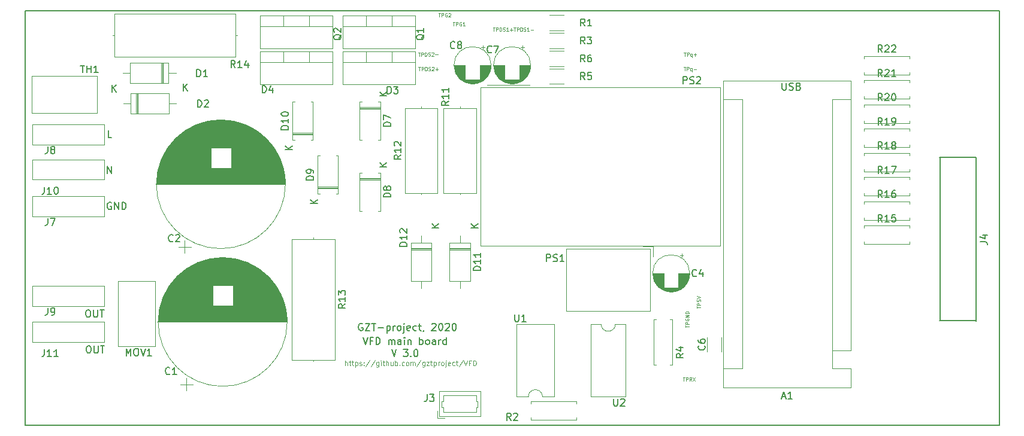
<source format=gbr>
G04 #@! TF.GenerationSoftware,KiCad,Pcbnew,5.1.5-52549c5~84~ubuntu18.04.1*
G04 #@! TF.CreationDate,2020-02-27T12:45:17+01:00*
G04 #@! TF.ProjectId,VFD,5646442e-6b69-4636-9164-5f7063625858,rev?*
G04 #@! TF.SameCoordinates,Original*
G04 #@! TF.FileFunction,Legend,Top*
G04 #@! TF.FilePolarity,Positive*
%FSLAX46Y46*%
G04 Gerber Fmt 4.6, Leading zero omitted, Abs format (unit mm)*
G04 Created by KiCad (PCBNEW 5.1.5-52549c5~84~ubuntu18.04.1) date 2020-02-27 12:45:17*
%MOMM*%
%LPD*%
G04 APERTURE LIST*
%ADD10C,0.150000*%
%ADD11C,0.125000*%
%ADD12C,0.120000*%
%ADD13C,0.170000*%
G04 APERTURE END LIST*
D10*
X84090619Y-81049880D02*
X84423952Y-82049880D01*
X84757285Y-81049880D01*
X85423952Y-81526071D02*
X85090619Y-81526071D01*
X85090619Y-82049880D02*
X85090619Y-81049880D01*
X85566809Y-81049880D01*
X85947761Y-82049880D02*
X85947761Y-81049880D01*
X86185857Y-81049880D01*
X86328714Y-81097500D01*
X86423952Y-81192738D01*
X86471571Y-81287976D01*
X86519190Y-81478452D01*
X86519190Y-81621309D01*
X86471571Y-81811785D01*
X86423952Y-81907023D01*
X86328714Y-82002261D01*
X86185857Y-82049880D01*
X85947761Y-82049880D01*
X87709666Y-82049880D02*
X87709666Y-81383214D01*
X87709666Y-81478452D02*
X87757285Y-81430833D01*
X87852523Y-81383214D01*
X87995380Y-81383214D01*
X88090619Y-81430833D01*
X88138238Y-81526071D01*
X88138238Y-82049880D01*
X88138238Y-81526071D02*
X88185857Y-81430833D01*
X88281095Y-81383214D01*
X88423952Y-81383214D01*
X88519190Y-81430833D01*
X88566809Y-81526071D01*
X88566809Y-82049880D01*
X89471571Y-82049880D02*
X89471571Y-81526071D01*
X89423952Y-81430833D01*
X89328714Y-81383214D01*
X89138238Y-81383214D01*
X89043000Y-81430833D01*
X89471571Y-82002261D02*
X89376333Y-82049880D01*
X89138238Y-82049880D01*
X89043000Y-82002261D01*
X88995380Y-81907023D01*
X88995380Y-81811785D01*
X89043000Y-81716547D01*
X89138238Y-81668928D01*
X89376333Y-81668928D01*
X89471571Y-81621309D01*
X89947761Y-82049880D02*
X89947761Y-81383214D01*
X89947761Y-81049880D02*
X89900142Y-81097500D01*
X89947761Y-81145119D01*
X89995380Y-81097500D01*
X89947761Y-81049880D01*
X89947761Y-81145119D01*
X90423952Y-81383214D02*
X90423952Y-82049880D01*
X90423952Y-81478452D02*
X90471571Y-81430833D01*
X90566809Y-81383214D01*
X90709666Y-81383214D01*
X90804904Y-81430833D01*
X90852523Y-81526071D01*
X90852523Y-82049880D01*
X92090619Y-82049880D02*
X92090619Y-81049880D01*
X92090619Y-81430833D02*
X92185857Y-81383214D01*
X92376333Y-81383214D01*
X92471571Y-81430833D01*
X92519190Y-81478452D01*
X92566809Y-81573690D01*
X92566809Y-81859404D01*
X92519190Y-81954642D01*
X92471571Y-82002261D01*
X92376333Y-82049880D01*
X92185857Y-82049880D01*
X92090619Y-82002261D01*
X93138238Y-82049880D02*
X93043000Y-82002261D01*
X92995380Y-81954642D01*
X92947761Y-81859404D01*
X92947761Y-81573690D01*
X92995380Y-81478452D01*
X93043000Y-81430833D01*
X93138238Y-81383214D01*
X93281095Y-81383214D01*
X93376333Y-81430833D01*
X93423952Y-81478452D01*
X93471571Y-81573690D01*
X93471571Y-81859404D01*
X93423952Y-81954642D01*
X93376333Y-82002261D01*
X93281095Y-82049880D01*
X93138238Y-82049880D01*
X94328714Y-82049880D02*
X94328714Y-81526071D01*
X94281095Y-81430833D01*
X94185857Y-81383214D01*
X93995380Y-81383214D01*
X93900142Y-81430833D01*
X94328714Y-82002261D02*
X94233476Y-82049880D01*
X93995380Y-82049880D01*
X93900142Y-82002261D01*
X93852523Y-81907023D01*
X93852523Y-81811785D01*
X93900142Y-81716547D01*
X93995380Y-81668928D01*
X94233476Y-81668928D01*
X94328714Y-81621309D01*
X94804904Y-82049880D02*
X94804904Y-81383214D01*
X94804904Y-81573690D02*
X94852523Y-81478452D01*
X94900142Y-81430833D01*
X94995380Y-81383214D01*
X95090619Y-81383214D01*
X95852523Y-82049880D02*
X95852523Y-81049880D01*
X95852523Y-82002261D02*
X95757285Y-82049880D01*
X95566809Y-82049880D01*
X95471571Y-82002261D01*
X95423952Y-81954642D01*
X95376333Y-81859404D01*
X95376333Y-81573690D01*
X95423952Y-81478452D01*
X95471571Y-81430833D01*
X95566809Y-81383214D01*
X95757285Y-81383214D01*
X95852523Y-81430833D01*
X173990000Y-93472000D02*
X36322000Y-93472000D01*
X173990000Y-34798000D02*
X173990000Y-93472000D01*
X36322000Y-93472000D02*
X36322000Y-34798000D01*
X45228000Y-82256380D02*
X45418476Y-82256380D01*
X45513714Y-82304000D01*
X45608952Y-82399238D01*
X45656571Y-82589714D01*
X45656571Y-82923047D01*
X45608952Y-83113523D01*
X45513714Y-83208761D01*
X45418476Y-83256380D01*
X45228000Y-83256380D01*
X45132761Y-83208761D01*
X45037523Y-83113523D01*
X44989904Y-82923047D01*
X44989904Y-82589714D01*
X45037523Y-82399238D01*
X45132761Y-82304000D01*
X45228000Y-82256380D01*
X46085142Y-82256380D02*
X46085142Y-83065904D01*
X46132761Y-83161142D01*
X46180380Y-83208761D01*
X46275619Y-83256380D01*
X46466095Y-83256380D01*
X46561333Y-83208761D01*
X46608952Y-83161142D01*
X46656571Y-83065904D01*
X46656571Y-82256380D01*
X46989904Y-82256380D02*
X47561333Y-82256380D01*
X47275619Y-83256380D02*
X47275619Y-82256380D01*
X45164500Y-77176380D02*
X45354976Y-77176380D01*
X45450214Y-77224000D01*
X45545452Y-77319238D01*
X45593071Y-77509714D01*
X45593071Y-77843047D01*
X45545452Y-78033523D01*
X45450214Y-78128761D01*
X45354976Y-78176380D01*
X45164500Y-78176380D01*
X45069261Y-78128761D01*
X44974023Y-78033523D01*
X44926404Y-77843047D01*
X44926404Y-77509714D01*
X44974023Y-77319238D01*
X45069261Y-77224000D01*
X45164500Y-77176380D01*
X46021642Y-77176380D02*
X46021642Y-77985904D01*
X46069261Y-78081142D01*
X46116880Y-78128761D01*
X46212119Y-78176380D01*
X46402595Y-78176380D01*
X46497833Y-78128761D01*
X46545452Y-78081142D01*
X46593071Y-77985904D01*
X46593071Y-77176380D01*
X46926404Y-77176380D02*
X47497833Y-77176380D01*
X47212119Y-78176380D02*
X47212119Y-77176380D01*
X48514095Y-61984000D02*
X48418857Y-61936380D01*
X48276000Y-61936380D01*
X48133142Y-61984000D01*
X48037904Y-62079238D01*
X47990285Y-62174476D01*
X47942666Y-62364952D01*
X47942666Y-62507809D01*
X47990285Y-62698285D01*
X48037904Y-62793523D01*
X48133142Y-62888761D01*
X48276000Y-62936380D01*
X48371238Y-62936380D01*
X48514095Y-62888761D01*
X48561714Y-62841142D01*
X48561714Y-62507809D01*
X48371238Y-62507809D01*
X48990285Y-62936380D02*
X48990285Y-61936380D01*
X49561714Y-62936380D01*
X49561714Y-61936380D01*
X50037904Y-62936380D02*
X50037904Y-61936380D01*
X50276000Y-61936380D01*
X50418857Y-61984000D01*
X50514095Y-62079238D01*
X50561714Y-62174476D01*
X50609333Y-62364952D01*
X50609333Y-62507809D01*
X50561714Y-62698285D01*
X50514095Y-62793523D01*
X50418857Y-62888761D01*
X50276000Y-62936380D01*
X50037904Y-62936380D01*
X47974285Y-57856380D02*
X47974285Y-56856380D01*
X48545714Y-57856380D01*
X48545714Y-56856380D01*
X48569523Y-52776380D02*
X48093333Y-52776380D01*
X48093333Y-51776380D01*
X36322000Y-34798000D02*
X173990000Y-34798000D01*
X88138238Y-82764380D02*
X88471571Y-83764380D01*
X88804904Y-82764380D01*
X89804904Y-82764380D02*
X90423952Y-82764380D01*
X90090619Y-83145333D01*
X90233476Y-83145333D01*
X90328714Y-83192952D01*
X90376333Y-83240571D01*
X90423952Y-83335809D01*
X90423952Y-83573904D01*
X90376333Y-83669142D01*
X90328714Y-83716761D01*
X90233476Y-83764380D01*
X89947761Y-83764380D01*
X89852523Y-83716761D01*
X89804904Y-83669142D01*
X90852523Y-83669142D02*
X90900142Y-83716761D01*
X90852523Y-83764380D01*
X90804904Y-83716761D01*
X90852523Y-83669142D01*
X90852523Y-83764380D01*
X91519190Y-82764380D02*
X91614428Y-82764380D01*
X91709666Y-82812000D01*
X91757285Y-82859619D01*
X91804904Y-82954857D01*
X91852523Y-83145333D01*
X91852523Y-83383428D01*
X91804904Y-83573904D01*
X91757285Y-83669142D01*
X91709666Y-83716761D01*
X91614428Y-83764380D01*
X91519190Y-83764380D01*
X91423952Y-83716761D01*
X91376333Y-83669142D01*
X91328714Y-83573904D01*
X91281095Y-83383428D01*
X91281095Y-83145333D01*
X91328714Y-82954857D01*
X91376333Y-82859619D01*
X91423952Y-82812000D01*
X91519190Y-82764380D01*
X84027166Y-79129000D02*
X83931928Y-79081380D01*
X83789071Y-79081380D01*
X83646214Y-79129000D01*
X83550976Y-79224238D01*
X83503357Y-79319476D01*
X83455738Y-79509952D01*
X83455738Y-79652809D01*
X83503357Y-79843285D01*
X83550976Y-79938523D01*
X83646214Y-80033761D01*
X83789071Y-80081380D01*
X83884309Y-80081380D01*
X84027166Y-80033761D01*
X84074785Y-79986142D01*
X84074785Y-79652809D01*
X83884309Y-79652809D01*
X84408119Y-79081380D02*
X85074785Y-79081380D01*
X84408119Y-80081380D01*
X85074785Y-80081380D01*
X85312880Y-79081380D02*
X85884309Y-79081380D01*
X85598595Y-80081380D02*
X85598595Y-79081380D01*
X86217642Y-79700428D02*
X86979547Y-79700428D01*
X87455738Y-79414714D02*
X87455738Y-80414714D01*
X87455738Y-79462333D02*
X87550976Y-79414714D01*
X87741452Y-79414714D01*
X87836690Y-79462333D01*
X87884309Y-79509952D01*
X87931928Y-79605190D01*
X87931928Y-79890904D01*
X87884309Y-79986142D01*
X87836690Y-80033761D01*
X87741452Y-80081380D01*
X87550976Y-80081380D01*
X87455738Y-80033761D01*
X88360500Y-80081380D02*
X88360500Y-79414714D01*
X88360500Y-79605190D02*
X88408119Y-79509952D01*
X88455738Y-79462333D01*
X88550976Y-79414714D01*
X88646214Y-79414714D01*
X89122404Y-80081380D02*
X89027166Y-80033761D01*
X88979547Y-79986142D01*
X88931928Y-79890904D01*
X88931928Y-79605190D01*
X88979547Y-79509952D01*
X89027166Y-79462333D01*
X89122404Y-79414714D01*
X89265261Y-79414714D01*
X89360500Y-79462333D01*
X89408119Y-79509952D01*
X89455738Y-79605190D01*
X89455738Y-79890904D01*
X89408119Y-79986142D01*
X89360500Y-80033761D01*
X89265261Y-80081380D01*
X89122404Y-80081380D01*
X89884309Y-79414714D02*
X89884309Y-80271857D01*
X89836690Y-80367095D01*
X89741452Y-80414714D01*
X89693833Y-80414714D01*
X89884309Y-79081380D02*
X89836690Y-79129000D01*
X89884309Y-79176619D01*
X89931928Y-79129000D01*
X89884309Y-79081380D01*
X89884309Y-79176619D01*
X90741452Y-80033761D02*
X90646214Y-80081380D01*
X90455738Y-80081380D01*
X90360500Y-80033761D01*
X90312880Y-79938523D01*
X90312880Y-79557571D01*
X90360500Y-79462333D01*
X90455738Y-79414714D01*
X90646214Y-79414714D01*
X90741452Y-79462333D01*
X90789071Y-79557571D01*
X90789071Y-79652809D01*
X90312880Y-79748047D01*
X91646214Y-80033761D02*
X91550976Y-80081380D01*
X91360500Y-80081380D01*
X91265261Y-80033761D01*
X91217642Y-79986142D01*
X91170023Y-79890904D01*
X91170023Y-79605190D01*
X91217642Y-79509952D01*
X91265261Y-79462333D01*
X91360500Y-79414714D01*
X91550976Y-79414714D01*
X91646214Y-79462333D01*
X91931928Y-79414714D02*
X92312880Y-79414714D01*
X92074785Y-79081380D02*
X92074785Y-79938523D01*
X92122404Y-80033761D01*
X92217642Y-80081380D01*
X92312880Y-80081380D01*
X92693833Y-80033761D02*
X92693833Y-80081380D01*
X92646214Y-80176619D01*
X92598595Y-80224238D01*
X93836690Y-79176619D02*
X93884309Y-79129000D01*
X93979547Y-79081380D01*
X94217642Y-79081380D01*
X94312880Y-79129000D01*
X94360500Y-79176619D01*
X94408119Y-79271857D01*
X94408119Y-79367095D01*
X94360500Y-79509952D01*
X93789071Y-80081380D01*
X94408119Y-80081380D01*
X95027166Y-79081380D02*
X95122404Y-79081380D01*
X95217642Y-79129000D01*
X95265261Y-79176619D01*
X95312880Y-79271857D01*
X95360500Y-79462333D01*
X95360500Y-79700428D01*
X95312880Y-79890904D01*
X95265261Y-79986142D01*
X95217642Y-80033761D01*
X95122404Y-80081380D01*
X95027166Y-80081380D01*
X94931928Y-80033761D01*
X94884309Y-79986142D01*
X94836690Y-79890904D01*
X94789071Y-79700428D01*
X94789071Y-79462333D01*
X94836690Y-79271857D01*
X94884309Y-79176619D01*
X94931928Y-79129000D01*
X95027166Y-79081380D01*
X95741452Y-79176619D02*
X95789071Y-79129000D01*
X95884309Y-79081380D01*
X96122404Y-79081380D01*
X96217642Y-79129000D01*
X96265261Y-79176619D01*
X96312880Y-79271857D01*
X96312880Y-79367095D01*
X96265261Y-79509952D01*
X95693833Y-80081380D01*
X96312880Y-80081380D01*
X96931928Y-79081380D02*
X97027166Y-79081380D01*
X97122404Y-79129000D01*
X97170023Y-79176619D01*
X97217642Y-79271857D01*
X97265261Y-79462333D01*
X97265261Y-79700428D01*
X97217642Y-79890904D01*
X97170023Y-79986142D01*
X97122404Y-80033761D01*
X97027166Y-80081380D01*
X96931928Y-80081380D01*
X96836690Y-80033761D01*
X96789071Y-79986142D01*
X96741452Y-79890904D01*
X96693833Y-79700428D01*
X96693833Y-79462333D01*
X96741452Y-79271857D01*
X96789071Y-79176619D01*
X96836690Y-79129000D01*
X96931928Y-79081380D01*
D11*
X81571666Y-85025666D02*
X81571666Y-84325666D01*
X81871666Y-85025666D02*
X81871666Y-84659000D01*
X81838333Y-84592333D01*
X81771666Y-84559000D01*
X81671666Y-84559000D01*
X81605000Y-84592333D01*
X81571666Y-84625666D01*
X82105000Y-84559000D02*
X82371666Y-84559000D01*
X82205000Y-84325666D02*
X82205000Y-84925666D01*
X82238333Y-84992333D01*
X82305000Y-85025666D01*
X82371666Y-85025666D01*
X82505000Y-84559000D02*
X82771666Y-84559000D01*
X82605000Y-84325666D02*
X82605000Y-84925666D01*
X82638333Y-84992333D01*
X82705000Y-85025666D01*
X82771666Y-85025666D01*
X83005000Y-84559000D02*
X83005000Y-85259000D01*
X83005000Y-84592333D02*
X83071666Y-84559000D01*
X83205000Y-84559000D01*
X83271666Y-84592333D01*
X83305000Y-84625666D01*
X83338333Y-84692333D01*
X83338333Y-84892333D01*
X83305000Y-84959000D01*
X83271666Y-84992333D01*
X83205000Y-85025666D01*
X83071666Y-85025666D01*
X83005000Y-84992333D01*
X83605000Y-84992333D02*
X83671666Y-85025666D01*
X83805000Y-85025666D01*
X83871666Y-84992333D01*
X83905000Y-84925666D01*
X83905000Y-84892333D01*
X83871666Y-84825666D01*
X83805000Y-84792333D01*
X83705000Y-84792333D01*
X83638333Y-84759000D01*
X83605000Y-84692333D01*
X83605000Y-84659000D01*
X83638333Y-84592333D01*
X83705000Y-84559000D01*
X83805000Y-84559000D01*
X83871666Y-84592333D01*
X84205000Y-84959000D02*
X84238333Y-84992333D01*
X84205000Y-85025666D01*
X84171666Y-84992333D01*
X84205000Y-84959000D01*
X84205000Y-85025666D01*
X84205000Y-84592333D02*
X84238333Y-84625666D01*
X84205000Y-84659000D01*
X84171666Y-84625666D01*
X84205000Y-84592333D01*
X84205000Y-84659000D01*
X85038333Y-84292333D02*
X84438333Y-85192333D01*
X85771666Y-84292333D02*
X85171666Y-85192333D01*
X86305000Y-84559000D02*
X86305000Y-85125666D01*
X86271666Y-85192333D01*
X86238333Y-85225666D01*
X86171666Y-85259000D01*
X86071666Y-85259000D01*
X86005000Y-85225666D01*
X86305000Y-84992333D02*
X86238333Y-85025666D01*
X86105000Y-85025666D01*
X86038333Y-84992333D01*
X86005000Y-84959000D01*
X85971666Y-84892333D01*
X85971666Y-84692333D01*
X86005000Y-84625666D01*
X86038333Y-84592333D01*
X86105000Y-84559000D01*
X86238333Y-84559000D01*
X86305000Y-84592333D01*
X86638333Y-85025666D02*
X86638333Y-84559000D01*
X86638333Y-84325666D02*
X86605000Y-84359000D01*
X86638333Y-84392333D01*
X86671666Y-84359000D01*
X86638333Y-84325666D01*
X86638333Y-84392333D01*
X86871666Y-84559000D02*
X87138333Y-84559000D01*
X86971666Y-84325666D02*
X86971666Y-84925666D01*
X87005000Y-84992333D01*
X87071666Y-85025666D01*
X87138333Y-85025666D01*
X87371666Y-85025666D02*
X87371666Y-84325666D01*
X87671666Y-85025666D02*
X87671666Y-84659000D01*
X87638333Y-84592333D01*
X87571666Y-84559000D01*
X87471666Y-84559000D01*
X87405000Y-84592333D01*
X87371666Y-84625666D01*
X88305000Y-84559000D02*
X88305000Y-85025666D01*
X88005000Y-84559000D02*
X88005000Y-84925666D01*
X88038333Y-84992333D01*
X88105000Y-85025666D01*
X88205000Y-85025666D01*
X88271666Y-84992333D01*
X88305000Y-84959000D01*
X88638333Y-85025666D02*
X88638333Y-84325666D01*
X88638333Y-84592333D02*
X88705000Y-84559000D01*
X88838333Y-84559000D01*
X88905000Y-84592333D01*
X88938333Y-84625666D01*
X88971666Y-84692333D01*
X88971666Y-84892333D01*
X88938333Y-84959000D01*
X88905000Y-84992333D01*
X88838333Y-85025666D01*
X88705000Y-85025666D01*
X88638333Y-84992333D01*
X89271666Y-84959000D02*
X89305000Y-84992333D01*
X89271666Y-85025666D01*
X89238333Y-84992333D01*
X89271666Y-84959000D01*
X89271666Y-85025666D01*
X89905000Y-84992333D02*
X89838333Y-85025666D01*
X89705000Y-85025666D01*
X89638333Y-84992333D01*
X89605000Y-84959000D01*
X89571666Y-84892333D01*
X89571666Y-84692333D01*
X89605000Y-84625666D01*
X89638333Y-84592333D01*
X89705000Y-84559000D01*
X89838333Y-84559000D01*
X89905000Y-84592333D01*
X90305000Y-85025666D02*
X90238333Y-84992333D01*
X90205000Y-84959000D01*
X90171666Y-84892333D01*
X90171666Y-84692333D01*
X90205000Y-84625666D01*
X90238333Y-84592333D01*
X90305000Y-84559000D01*
X90405000Y-84559000D01*
X90471666Y-84592333D01*
X90505000Y-84625666D01*
X90538333Y-84692333D01*
X90538333Y-84892333D01*
X90505000Y-84959000D01*
X90471666Y-84992333D01*
X90405000Y-85025666D01*
X90305000Y-85025666D01*
X90838333Y-85025666D02*
X90838333Y-84559000D01*
X90838333Y-84625666D02*
X90871666Y-84592333D01*
X90938333Y-84559000D01*
X91038333Y-84559000D01*
X91105000Y-84592333D01*
X91138333Y-84659000D01*
X91138333Y-85025666D01*
X91138333Y-84659000D02*
X91171666Y-84592333D01*
X91238333Y-84559000D01*
X91338333Y-84559000D01*
X91405000Y-84592333D01*
X91438333Y-84659000D01*
X91438333Y-85025666D01*
X92271666Y-84292333D02*
X91671666Y-85192333D01*
X92805000Y-84559000D02*
X92805000Y-85125666D01*
X92771666Y-85192333D01*
X92738333Y-85225666D01*
X92671666Y-85259000D01*
X92571666Y-85259000D01*
X92505000Y-85225666D01*
X92805000Y-84992333D02*
X92738333Y-85025666D01*
X92605000Y-85025666D01*
X92538333Y-84992333D01*
X92505000Y-84959000D01*
X92471666Y-84892333D01*
X92471666Y-84692333D01*
X92505000Y-84625666D01*
X92538333Y-84592333D01*
X92605000Y-84559000D01*
X92738333Y-84559000D01*
X92805000Y-84592333D01*
X93071666Y-84559000D02*
X93438333Y-84559000D01*
X93071666Y-85025666D01*
X93438333Y-85025666D01*
X93605000Y-84559000D02*
X93871666Y-84559000D01*
X93705000Y-84325666D02*
X93705000Y-84925666D01*
X93738333Y-84992333D01*
X93805000Y-85025666D01*
X93871666Y-85025666D01*
X94105000Y-84559000D02*
X94105000Y-85259000D01*
X94105000Y-84592333D02*
X94171666Y-84559000D01*
X94305000Y-84559000D01*
X94371666Y-84592333D01*
X94405000Y-84625666D01*
X94438333Y-84692333D01*
X94438333Y-84892333D01*
X94405000Y-84959000D01*
X94371666Y-84992333D01*
X94305000Y-85025666D01*
X94171666Y-85025666D01*
X94105000Y-84992333D01*
X94738333Y-85025666D02*
X94738333Y-84559000D01*
X94738333Y-84692333D02*
X94771666Y-84625666D01*
X94805000Y-84592333D01*
X94871666Y-84559000D01*
X94938333Y-84559000D01*
X95271666Y-85025666D02*
X95205000Y-84992333D01*
X95171666Y-84959000D01*
X95138333Y-84892333D01*
X95138333Y-84692333D01*
X95171666Y-84625666D01*
X95205000Y-84592333D01*
X95271666Y-84559000D01*
X95371666Y-84559000D01*
X95438333Y-84592333D01*
X95471666Y-84625666D01*
X95505000Y-84692333D01*
X95505000Y-84892333D01*
X95471666Y-84959000D01*
X95438333Y-84992333D01*
X95371666Y-85025666D01*
X95271666Y-85025666D01*
X95805000Y-84559000D02*
X95805000Y-85159000D01*
X95771666Y-85225666D01*
X95705000Y-85259000D01*
X95671666Y-85259000D01*
X95805000Y-84325666D02*
X95771666Y-84359000D01*
X95805000Y-84392333D01*
X95838333Y-84359000D01*
X95805000Y-84325666D01*
X95805000Y-84392333D01*
X96405000Y-84992333D02*
X96338333Y-85025666D01*
X96205000Y-85025666D01*
X96138333Y-84992333D01*
X96105000Y-84925666D01*
X96105000Y-84659000D01*
X96138333Y-84592333D01*
X96205000Y-84559000D01*
X96338333Y-84559000D01*
X96405000Y-84592333D01*
X96438333Y-84659000D01*
X96438333Y-84725666D01*
X96105000Y-84792333D01*
X97038333Y-84992333D02*
X96971666Y-85025666D01*
X96838333Y-85025666D01*
X96771666Y-84992333D01*
X96738333Y-84959000D01*
X96705000Y-84892333D01*
X96705000Y-84692333D01*
X96738333Y-84625666D01*
X96771666Y-84592333D01*
X96838333Y-84559000D01*
X96971666Y-84559000D01*
X97038333Y-84592333D01*
X97238333Y-84559000D02*
X97505000Y-84559000D01*
X97338333Y-84325666D02*
X97338333Y-84925666D01*
X97371666Y-84992333D01*
X97438333Y-85025666D01*
X97505000Y-85025666D01*
X98238333Y-84292333D02*
X97638333Y-85192333D01*
X98371666Y-84325666D02*
X98605000Y-85025666D01*
X98838333Y-84325666D01*
X99305000Y-84659000D02*
X99071666Y-84659000D01*
X99071666Y-85025666D02*
X99071666Y-84325666D01*
X99405000Y-84325666D01*
X99671666Y-85025666D02*
X99671666Y-84325666D01*
X99838333Y-84325666D01*
X99938333Y-84359000D01*
X100005000Y-84425666D01*
X100038333Y-84492333D01*
X100071666Y-84625666D01*
X100071666Y-84725666D01*
X100038333Y-84859000D01*
X100005000Y-84925666D01*
X99938333Y-84992333D01*
X99838333Y-85025666D01*
X99671666Y-85025666D01*
D10*
X143327595Y-45045380D02*
X143327595Y-45854904D01*
X143375214Y-45950142D01*
X143422833Y-45997761D01*
X143518071Y-46045380D01*
X143708547Y-46045380D01*
X143803785Y-45997761D01*
X143851404Y-45950142D01*
X143899023Y-45854904D01*
X143899023Y-45045380D01*
X144327595Y-45997761D02*
X144470452Y-46045380D01*
X144708547Y-46045380D01*
X144803785Y-45997761D01*
X144851404Y-45950142D01*
X144899023Y-45854904D01*
X144899023Y-45759666D01*
X144851404Y-45664428D01*
X144803785Y-45616809D01*
X144708547Y-45569190D01*
X144518071Y-45521571D01*
X144422833Y-45473952D01*
X144375214Y-45426333D01*
X144327595Y-45331095D01*
X144327595Y-45235857D01*
X144375214Y-45140619D01*
X144422833Y-45093000D01*
X144518071Y-45045380D01*
X144756166Y-45045380D01*
X144899023Y-45093000D01*
X145660928Y-45521571D02*
X145803785Y-45569190D01*
X145851404Y-45616809D01*
X145899023Y-45712047D01*
X145899023Y-45854904D01*
X145851404Y-45950142D01*
X145803785Y-45997761D01*
X145708547Y-46045380D01*
X145327595Y-46045380D01*
X145327595Y-45045380D01*
X145660928Y-45045380D01*
X145756166Y-45093000D01*
X145803785Y-45140619D01*
X145851404Y-45235857D01*
X145851404Y-45331095D01*
X145803785Y-45426333D01*
X145756166Y-45473952D01*
X145660928Y-45521571D01*
X145327595Y-45521571D01*
D12*
X48751000Y-38290500D02*
X48971000Y-38290500D01*
X66311000Y-38290500D02*
X66091000Y-38290500D01*
X48971000Y-41350500D02*
X66091000Y-41350500D01*
X48971000Y-35230500D02*
X48971000Y-41350500D01*
X66091000Y-35230500D02*
X48971000Y-35230500D01*
X66091000Y-41350500D02*
X66091000Y-35230500D01*
X77089000Y-84472000D02*
X77089000Y-84252000D01*
X77089000Y-66912000D02*
X77089000Y-67132000D01*
X80149000Y-84252000D02*
X80149000Y-67132000D01*
X74029000Y-84252000D02*
X80149000Y-84252000D01*
X74029000Y-67132000D02*
X74029000Y-84252000D01*
X80149000Y-67132000D02*
X74029000Y-67132000D01*
X134998000Y-88141000D02*
X153038000Y-88141000D01*
X134998000Y-44701000D02*
X134998000Y-88141000D01*
X153038000Y-44701000D02*
X134998000Y-44701000D01*
X150368000Y-47371000D02*
X153038000Y-47371000D01*
X150368000Y-82931000D02*
X150368000Y-47371000D01*
X150368000Y-82931000D02*
X153038000Y-82931000D01*
X137668000Y-47371000D02*
X134998000Y-47371000D01*
X137668000Y-85471000D02*
X137668000Y-47371000D01*
X137668000Y-85471000D02*
X134998000Y-85471000D01*
X153038000Y-88141000D02*
X153038000Y-85471000D01*
X153038000Y-82931000D02*
X153038000Y-44701000D01*
X150368000Y-85471000D02*
X153038000Y-85471000D01*
X150368000Y-82931000D02*
X150368000Y-85471000D01*
X121195000Y-79188000D02*
X119745000Y-79188000D01*
X121195000Y-89468000D02*
X121195000Y-79188000D01*
X116295000Y-89468000D02*
X121195000Y-89468000D01*
X116295000Y-79188000D02*
X116295000Y-89468000D01*
X117745000Y-79188000D02*
X116295000Y-79188000D01*
X119745000Y-79188000D02*
G75*
G02X117745000Y-79188000I-1000000J0D01*
G01*
X125055000Y-68175500D02*
X123615000Y-68175500D01*
X125055000Y-69615500D02*
X125055000Y-68175500D01*
X112835000Y-77295500D02*
X112835000Y-68555500D01*
X124675000Y-77295500D02*
X124675000Y-68555500D01*
X124675000Y-68555500D02*
X112835000Y-68555500D01*
X124675000Y-77295500D02*
X112835000Y-77295500D01*
X112480600Y-42675200D02*
X110480600Y-42675200D01*
X110480600Y-40535200D02*
X112480600Y-40535200D01*
X112480600Y-45164400D02*
X110480600Y-45164400D01*
X110480600Y-43024400D02*
X112480600Y-43024400D01*
X112480600Y-40135200D02*
X110480600Y-40135200D01*
X110480600Y-37995200D02*
X112480600Y-37995200D01*
X112480600Y-37595200D02*
X110480600Y-37595200D01*
X110480600Y-35455200D02*
X112480600Y-35455200D01*
X105808000Y-89468000D02*
X107458000Y-89468000D01*
X105808000Y-79188000D02*
X105808000Y-89468000D01*
X111108000Y-79188000D02*
X105808000Y-79188000D01*
X111108000Y-89468000D02*
X111108000Y-79188000D01*
X109458000Y-89468000D02*
X111108000Y-89468000D01*
X107458000Y-89468000D02*
G75*
G02X109458000Y-89468000I1000000J0D01*
G01*
X161325000Y-43855000D02*
X161325000Y-43525000D01*
X154905000Y-43855000D02*
X161325000Y-43855000D01*
X154905000Y-43525000D02*
X154905000Y-43855000D01*
X161325000Y-41235000D02*
X161325000Y-41565000D01*
X154905000Y-41235000D02*
X161325000Y-41235000D01*
X154905000Y-41565000D02*
X154905000Y-41235000D01*
X161325000Y-47284000D02*
X161325000Y-46954000D01*
X154905000Y-47284000D02*
X161325000Y-47284000D01*
X154905000Y-46954000D02*
X154905000Y-47284000D01*
X161325000Y-44664000D02*
X161325000Y-44994000D01*
X154905000Y-44664000D02*
X161325000Y-44664000D01*
X154905000Y-44994000D02*
X154905000Y-44664000D01*
X161325000Y-50713000D02*
X161325000Y-50383000D01*
X154905000Y-50713000D02*
X161325000Y-50713000D01*
X154905000Y-50383000D02*
X154905000Y-50713000D01*
X161325000Y-48093000D02*
X161325000Y-48423000D01*
X154905000Y-48093000D02*
X161325000Y-48093000D01*
X154905000Y-48423000D02*
X154905000Y-48093000D01*
X161325000Y-54142000D02*
X161325000Y-53812000D01*
X154905000Y-54142000D02*
X161325000Y-54142000D01*
X154905000Y-53812000D02*
X154905000Y-54142000D01*
X161325000Y-51522000D02*
X161325000Y-51852000D01*
X154905000Y-51522000D02*
X161325000Y-51522000D01*
X154905000Y-51852000D02*
X154905000Y-51522000D01*
X161325000Y-57571000D02*
X161325000Y-57241000D01*
X154905000Y-57571000D02*
X161325000Y-57571000D01*
X154905000Y-57241000D02*
X154905000Y-57571000D01*
X161325000Y-54951000D02*
X161325000Y-55281000D01*
X154905000Y-54951000D02*
X161325000Y-54951000D01*
X154905000Y-55281000D02*
X154905000Y-54951000D01*
X161325000Y-61000000D02*
X161325000Y-60670000D01*
X154905000Y-61000000D02*
X161325000Y-61000000D01*
X154905000Y-60670000D02*
X154905000Y-61000000D01*
X161325000Y-58380000D02*
X161325000Y-58710000D01*
X154905000Y-58380000D02*
X161325000Y-58380000D01*
X154905000Y-58710000D02*
X154905000Y-58380000D01*
X161325000Y-64429000D02*
X161325000Y-64099000D01*
X154905000Y-64429000D02*
X161325000Y-64429000D01*
X154905000Y-64099000D02*
X154905000Y-64429000D01*
X161325000Y-61809000D02*
X161325000Y-62139000D01*
X154905000Y-61809000D02*
X161325000Y-61809000D01*
X154905000Y-62139000D02*
X154905000Y-61809000D01*
X161325000Y-67858000D02*
X161325000Y-67528000D01*
X154905000Y-67858000D02*
X161325000Y-67858000D01*
X154905000Y-67528000D02*
X154905000Y-67858000D01*
X161325000Y-65238000D02*
X161325000Y-65568000D01*
X154905000Y-65238000D02*
X161325000Y-65238000D01*
X154905000Y-65568000D02*
X154905000Y-65238000D01*
X92329000Y-48370000D02*
X92329000Y-48600000D01*
X92329000Y-60850000D02*
X92329000Y-60620000D01*
X90019000Y-48600000D02*
X90019000Y-60620000D01*
X94639000Y-48600000D02*
X90019000Y-48600000D01*
X94639000Y-60620000D02*
X94639000Y-48600000D01*
X90019000Y-60620000D02*
X94639000Y-60620000D01*
X97790000Y-48370000D02*
X97790000Y-48600000D01*
X97790000Y-60850000D02*
X97790000Y-60620000D01*
X95480000Y-48600000D02*
X95480000Y-60620000D01*
X100100000Y-48600000D02*
X95480000Y-48600000D01*
X100100000Y-60620000D02*
X100100000Y-48600000D01*
X95480000Y-60620000D02*
X100100000Y-60620000D01*
X127802000Y-78514500D02*
X127472000Y-78514500D01*
X127802000Y-84934500D02*
X127802000Y-78514500D01*
X127472000Y-84934500D02*
X127802000Y-84934500D01*
X125182000Y-78514500D02*
X125512000Y-78514500D01*
X125182000Y-84934500D02*
X125182000Y-78514500D01*
X125512000Y-84934500D02*
X125182000Y-84934500D01*
X107788000Y-90130000D02*
X107788000Y-90460000D01*
X114208000Y-90130000D02*
X107788000Y-90130000D01*
X114208000Y-90460000D02*
X114208000Y-90130000D01*
X107788000Y-92750000D02*
X107788000Y-92420000D01*
X114208000Y-92750000D02*
X107788000Y-92750000D01*
X114208000Y-92420000D02*
X114208000Y-92750000D01*
X37338000Y-78864000D02*
X47498000Y-78864000D01*
X47498000Y-78864000D02*
X47498000Y-81714000D01*
X37338000Y-78864000D02*
X37338000Y-81714000D01*
X37338000Y-81714000D02*
X47498000Y-81714000D01*
X37338000Y-55877000D02*
X47498000Y-55877000D01*
X47498000Y-55877000D02*
X47498000Y-58727000D01*
X37338000Y-55877000D02*
X37338000Y-58727000D01*
X37338000Y-58727000D02*
X47498000Y-58727000D01*
X134751000Y-83074000D02*
X134751000Y-81074000D01*
X132711000Y-81074000D02*
X132711000Y-83074000D01*
X129360000Y-69438225D02*
X128860000Y-69438225D01*
X129110000Y-69188225D02*
X129110000Y-69688225D01*
X127919000Y-74594000D02*
X127351000Y-74594000D01*
X128153000Y-74554000D02*
X127117000Y-74554000D01*
X128312000Y-74514000D02*
X126958000Y-74514000D01*
X128440000Y-74474000D02*
X126830000Y-74474000D01*
X128550000Y-74434000D02*
X126720000Y-74434000D01*
X128646000Y-74394000D02*
X126624000Y-74394000D01*
X128733000Y-74354000D02*
X126537000Y-74354000D01*
X128813000Y-74314000D02*
X126457000Y-74314000D01*
X128886000Y-74274000D02*
X126384000Y-74274000D01*
X128954000Y-74234000D02*
X126316000Y-74234000D01*
X129018000Y-74194000D02*
X126252000Y-74194000D01*
X129078000Y-74154000D02*
X126192000Y-74154000D01*
X129135000Y-74114000D02*
X126135000Y-74114000D01*
X129189000Y-74074000D02*
X126081000Y-74074000D01*
X129240000Y-74034000D02*
X126030000Y-74034000D01*
X126595000Y-73994000D02*
X125982000Y-73994000D01*
X129288000Y-73994000D02*
X128675000Y-73994000D01*
X126595000Y-73954000D02*
X125936000Y-73954000D01*
X129334000Y-73954000D02*
X128675000Y-73954000D01*
X126595000Y-73914000D02*
X125892000Y-73914000D01*
X129378000Y-73914000D02*
X128675000Y-73914000D01*
X126595000Y-73874000D02*
X125850000Y-73874000D01*
X129420000Y-73874000D02*
X128675000Y-73874000D01*
X126595000Y-73834000D02*
X125809000Y-73834000D01*
X129461000Y-73834000D02*
X128675000Y-73834000D01*
X126595000Y-73794000D02*
X125771000Y-73794000D01*
X129499000Y-73794000D02*
X128675000Y-73794000D01*
X126595000Y-73754000D02*
X125734000Y-73754000D01*
X129536000Y-73754000D02*
X128675000Y-73754000D01*
X126595000Y-73714000D02*
X125698000Y-73714000D01*
X129572000Y-73714000D02*
X128675000Y-73714000D01*
X126595000Y-73674000D02*
X125664000Y-73674000D01*
X129606000Y-73674000D02*
X128675000Y-73674000D01*
X126595000Y-73634000D02*
X125631000Y-73634000D01*
X129639000Y-73634000D02*
X128675000Y-73634000D01*
X126595000Y-73594000D02*
X125600000Y-73594000D01*
X129670000Y-73594000D02*
X128675000Y-73594000D01*
X126595000Y-73554000D02*
X125570000Y-73554000D01*
X129700000Y-73554000D02*
X128675000Y-73554000D01*
X126595000Y-73514000D02*
X125540000Y-73514000D01*
X129730000Y-73514000D02*
X128675000Y-73514000D01*
X126595000Y-73474000D02*
X125513000Y-73474000D01*
X129757000Y-73474000D02*
X128675000Y-73474000D01*
X126595000Y-73434000D02*
X125486000Y-73434000D01*
X129784000Y-73434000D02*
X128675000Y-73434000D01*
X126595000Y-73394000D02*
X125460000Y-73394000D01*
X129810000Y-73394000D02*
X128675000Y-73394000D01*
X126595000Y-73354000D02*
X125435000Y-73354000D01*
X129835000Y-73354000D02*
X128675000Y-73354000D01*
X126595000Y-73314000D02*
X125411000Y-73314000D01*
X129859000Y-73314000D02*
X128675000Y-73314000D01*
X126595000Y-73274000D02*
X125388000Y-73274000D01*
X129882000Y-73274000D02*
X128675000Y-73274000D01*
X126595000Y-73234000D02*
X125367000Y-73234000D01*
X129903000Y-73234000D02*
X128675000Y-73234000D01*
X126595000Y-73194000D02*
X125345000Y-73194000D01*
X129925000Y-73194000D02*
X128675000Y-73194000D01*
X126595000Y-73154000D02*
X125325000Y-73154000D01*
X129945000Y-73154000D02*
X128675000Y-73154000D01*
X126595000Y-73114000D02*
X125306000Y-73114000D01*
X129964000Y-73114000D02*
X128675000Y-73114000D01*
X126595000Y-73074000D02*
X125287000Y-73074000D01*
X129983000Y-73074000D02*
X128675000Y-73074000D01*
X126595000Y-73034000D02*
X125270000Y-73034000D01*
X130000000Y-73034000D02*
X128675000Y-73034000D01*
X126595000Y-72994000D02*
X125253000Y-72994000D01*
X130017000Y-72994000D02*
X128675000Y-72994000D01*
X126595000Y-72954000D02*
X125237000Y-72954000D01*
X130033000Y-72954000D02*
X128675000Y-72954000D01*
X126595000Y-72914000D02*
X125221000Y-72914000D01*
X130049000Y-72914000D02*
X128675000Y-72914000D01*
X126595000Y-72874000D02*
X125207000Y-72874000D01*
X130063000Y-72874000D02*
X128675000Y-72874000D01*
X126595000Y-72834000D02*
X125193000Y-72834000D01*
X130077000Y-72834000D02*
X128675000Y-72834000D01*
X126595000Y-72794000D02*
X125180000Y-72794000D01*
X130090000Y-72794000D02*
X128675000Y-72794000D01*
X126595000Y-72754000D02*
X125167000Y-72754000D01*
X130103000Y-72754000D02*
X128675000Y-72754000D01*
X126595000Y-72714000D02*
X125155000Y-72714000D01*
X130115000Y-72714000D02*
X128675000Y-72714000D01*
X126595000Y-72673000D02*
X125144000Y-72673000D01*
X130126000Y-72673000D02*
X128675000Y-72673000D01*
X126595000Y-72633000D02*
X125134000Y-72633000D01*
X130136000Y-72633000D02*
X128675000Y-72633000D01*
X126595000Y-72593000D02*
X125124000Y-72593000D01*
X130146000Y-72593000D02*
X128675000Y-72593000D01*
X126595000Y-72553000D02*
X125115000Y-72553000D01*
X130155000Y-72553000D02*
X128675000Y-72553000D01*
X126595000Y-72513000D02*
X125107000Y-72513000D01*
X130163000Y-72513000D02*
X128675000Y-72513000D01*
X126595000Y-72473000D02*
X125099000Y-72473000D01*
X130171000Y-72473000D02*
X128675000Y-72473000D01*
X126595000Y-72433000D02*
X125092000Y-72433000D01*
X130178000Y-72433000D02*
X128675000Y-72433000D01*
X126595000Y-72393000D02*
X125085000Y-72393000D01*
X130185000Y-72393000D02*
X128675000Y-72393000D01*
X126595000Y-72353000D02*
X125079000Y-72353000D01*
X130191000Y-72353000D02*
X128675000Y-72353000D01*
X126595000Y-72313000D02*
X125074000Y-72313000D01*
X130196000Y-72313000D02*
X128675000Y-72313000D01*
X126595000Y-72273000D02*
X125070000Y-72273000D01*
X130200000Y-72273000D02*
X128675000Y-72273000D01*
X126595000Y-72233000D02*
X125066000Y-72233000D01*
X130204000Y-72233000D02*
X128675000Y-72233000D01*
X126595000Y-72193000D02*
X125062000Y-72193000D01*
X130208000Y-72193000D02*
X128675000Y-72193000D01*
X126595000Y-72153000D02*
X125059000Y-72153000D01*
X130211000Y-72153000D02*
X128675000Y-72153000D01*
X126595000Y-72113000D02*
X125057000Y-72113000D01*
X130213000Y-72113000D02*
X128675000Y-72113000D01*
X126595000Y-72073000D02*
X125056000Y-72073000D01*
X130214000Y-72073000D02*
X128675000Y-72073000D01*
X130215000Y-72033000D02*
X128675000Y-72033000D01*
X126595000Y-72033000D02*
X125055000Y-72033000D01*
X130215000Y-71993000D02*
X128675000Y-71993000D01*
X126595000Y-71993000D02*
X125055000Y-71993000D01*
X130255000Y-71993000D02*
G75*
G03X130255000Y-71993000I-2620000J0D01*
G01*
X37338000Y-61084000D02*
X47498000Y-61084000D01*
X47498000Y-61084000D02*
X47498000Y-63934000D01*
X37338000Y-61084000D02*
X37338000Y-63934000D01*
X37338000Y-63934000D02*
X47498000Y-63934000D01*
X37338000Y-50924000D02*
X47498000Y-50924000D01*
X47498000Y-50924000D02*
X47498000Y-53774000D01*
X37338000Y-50924000D02*
X37338000Y-53774000D01*
X37338000Y-53774000D02*
X47498000Y-53774000D01*
X37338000Y-73784000D02*
X47498000Y-73784000D01*
X47498000Y-73784000D02*
X47498000Y-76634000D01*
X37338000Y-73784000D02*
X37338000Y-76634000D01*
X37338000Y-76634000D02*
X47498000Y-76634000D01*
X49513500Y-73080500D02*
X54753500Y-73080500D01*
X49513500Y-82320500D02*
X54753500Y-82320500D01*
X54753500Y-82320500D02*
X54753500Y-73080500D01*
X49513500Y-82320500D02*
X49513500Y-73080500D01*
X93799000Y-68418000D02*
X90859000Y-68418000D01*
X93799000Y-68658000D02*
X90859000Y-68658000D01*
X93799000Y-68538000D02*
X90859000Y-68538000D01*
X92329000Y-74098000D02*
X92329000Y-73078000D01*
X92329000Y-66618000D02*
X92329000Y-67638000D01*
X93799000Y-73078000D02*
X93799000Y-67638000D01*
X90859000Y-73078000D02*
X93799000Y-73078000D01*
X90859000Y-67638000D02*
X90859000Y-73078000D01*
X93799000Y-67638000D02*
X90859000Y-67638000D01*
X76527000Y-35480000D02*
X76527000Y-36990000D01*
X72826000Y-35480000D02*
X72826000Y-36990000D01*
X69556000Y-36990000D02*
X79796000Y-36990000D01*
X79796000Y-35480000D02*
X79796000Y-40121000D01*
X69556000Y-35480000D02*
X69556000Y-40121000D01*
X69556000Y-40121000D02*
X79796000Y-40121000D01*
X69556000Y-35480000D02*
X79796000Y-35480000D01*
X88211000Y-35480000D02*
X88211000Y-36990000D01*
X84510000Y-35480000D02*
X84510000Y-36990000D01*
X81240000Y-36990000D02*
X91480000Y-36990000D01*
X91480000Y-35480000D02*
X91480000Y-40121000D01*
X81240000Y-35480000D02*
X81240000Y-40121000D01*
X81240000Y-40121000D02*
X91480000Y-40121000D01*
X81240000Y-35480000D02*
X91480000Y-35480000D01*
X99260000Y-68418000D02*
X96320000Y-68418000D01*
X99260000Y-68658000D02*
X96320000Y-68658000D01*
X99260000Y-68538000D02*
X96320000Y-68538000D01*
X97790000Y-74098000D02*
X97790000Y-73078000D01*
X97790000Y-66618000D02*
X97790000Y-67638000D01*
X99260000Y-73078000D02*
X99260000Y-67638000D01*
X96320000Y-73078000D02*
X99260000Y-73078000D01*
X96320000Y-67638000D02*
X96320000Y-73078000D01*
X99260000Y-67638000D02*
X96320000Y-67638000D01*
X74095000Y-52359000D02*
X77035000Y-52359000D01*
X74095000Y-52119000D02*
X77035000Y-52119000D01*
X74095000Y-52239000D02*
X77035000Y-52239000D01*
X77035000Y-47699000D02*
X76705000Y-47699000D01*
X77035000Y-53139000D02*
X77035000Y-47699000D01*
X76705000Y-53139000D02*
X77035000Y-53139000D01*
X74095000Y-47699000D02*
X74425000Y-47699000D01*
X74095000Y-53139000D02*
X74095000Y-47699000D01*
X74425000Y-53139000D02*
X74095000Y-53139000D01*
X77651000Y-59979000D02*
X80591000Y-59979000D01*
X77651000Y-59739000D02*
X80591000Y-59739000D01*
X77651000Y-59859000D02*
X80591000Y-59859000D01*
X80591000Y-55319000D02*
X80261000Y-55319000D01*
X80591000Y-60759000D02*
X80591000Y-55319000D01*
X80261000Y-60759000D02*
X80591000Y-60759000D01*
X77651000Y-55319000D02*
X77981000Y-55319000D01*
X77651000Y-60759000D02*
X77651000Y-55319000D01*
X77981000Y-60759000D02*
X77651000Y-60759000D01*
X86560000Y-58512000D02*
X83620000Y-58512000D01*
X86560000Y-58752000D02*
X83620000Y-58752000D01*
X86560000Y-58632000D02*
X83620000Y-58632000D01*
X83620000Y-63172000D02*
X83950000Y-63172000D01*
X83620000Y-57732000D02*
X83620000Y-63172000D01*
X83950000Y-57732000D02*
X83620000Y-57732000D01*
X86560000Y-63172000D02*
X86230000Y-63172000D01*
X86560000Y-57732000D02*
X86560000Y-63172000D01*
X86230000Y-57732000D02*
X86560000Y-57732000D01*
X86560000Y-48479000D02*
X83620000Y-48479000D01*
X86560000Y-48719000D02*
X83620000Y-48719000D01*
X86560000Y-48599000D02*
X83620000Y-48599000D01*
X83620000Y-53139000D02*
X83950000Y-53139000D01*
X83620000Y-47699000D02*
X83620000Y-53139000D01*
X83950000Y-47699000D02*
X83620000Y-47699000D01*
X86560000Y-53139000D02*
X86230000Y-53139000D01*
X86560000Y-47699000D02*
X86560000Y-53139000D01*
X86230000Y-47699000D02*
X86560000Y-47699000D01*
X76527000Y-40560000D02*
X76527000Y-42070000D01*
X72826000Y-40560000D02*
X72826000Y-42070000D01*
X69556000Y-42070000D02*
X79796000Y-42070000D01*
X79796000Y-40560000D02*
X79796000Y-45201000D01*
X69556000Y-40560000D02*
X69556000Y-45201000D01*
X69556000Y-45201000D02*
X79796000Y-45201000D01*
X69556000Y-40560000D02*
X79796000Y-40560000D01*
X100662000Y-68096000D02*
X100662000Y-45656000D01*
X134602000Y-45656000D02*
X134602000Y-68096000D01*
X100662000Y-45656000D02*
X134602000Y-45656000D01*
X100662000Y-68096000D02*
X134602000Y-68096000D01*
X101632000Y-45326000D02*
X107632000Y-45326000D01*
X94620000Y-92457000D02*
X95620000Y-92457000D01*
X94620000Y-92457000D02*
X94620000Y-91457000D01*
X100120000Y-89257000D02*
X97770000Y-89257000D01*
X100120000Y-90132000D02*
X100120000Y-89257000D01*
X100320000Y-90132000D02*
X100120000Y-90132000D01*
X100320000Y-90932000D02*
X100320000Y-90132000D01*
X100120000Y-90932000D02*
X100320000Y-90932000D01*
X100120000Y-91657000D02*
X100120000Y-90932000D01*
X97770000Y-91657000D02*
X100120000Y-91657000D01*
X95420000Y-89257000D02*
X97770000Y-89257000D01*
X95420000Y-90132000D02*
X95420000Y-89257000D01*
X95220000Y-90132000D02*
X95420000Y-90132000D01*
X95220000Y-90932000D02*
X95220000Y-90132000D01*
X95420000Y-90932000D02*
X95220000Y-90932000D01*
X95420000Y-91657000D02*
X95420000Y-90932000D01*
X97770000Y-91657000D02*
X95420000Y-91657000D01*
X100670000Y-88707000D02*
X94870000Y-88707000D01*
X100670000Y-92207000D02*
X100670000Y-88707000D01*
X94870000Y-92207000D02*
X100670000Y-92207000D01*
X94870000Y-88707000D02*
X94870000Y-92207000D01*
D10*
X165608000Y-78613000D02*
X165608000Y-55626000D01*
X170688000Y-55626000D02*
X170688000Y-78740000D01*
D13*
X165548000Y-55595500D02*
X170748000Y-55595500D01*
X165548000Y-78670500D02*
X170748000Y-78670500D01*
D12*
X88211000Y-40560000D02*
X88211000Y-42070000D01*
X84510000Y-40560000D02*
X84510000Y-42070000D01*
X81240000Y-42070000D02*
X91480000Y-42070000D01*
X91480000Y-40560000D02*
X91480000Y-45201000D01*
X81240000Y-40560000D02*
X81240000Y-45201000D01*
X81240000Y-45201000D02*
X91480000Y-45201000D01*
X81240000Y-40560000D02*
X91480000Y-40560000D01*
X37266500Y-49292500D02*
X37266500Y-44052500D01*
X46506500Y-49292500D02*
X46506500Y-44052500D01*
X46506500Y-44052500D02*
X37266500Y-44052500D01*
X46506500Y-49292500D02*
X37266500Y-49292500D01*
X73382000Y-78863500D02*
G75*
G03X73382000Y-78863500I-9120000J0D01*
G01*
X55181000Y-78863500D02*
X73343000Y-78863500D01*
X55182000Y-78823500D02*
X73342000Y-78823500D01*
X55182000Y-78783500D02*
X73342000Y-78783500D01*
X55182000Y-78743500D02*
X73342000Y-78743500D01*
X55183000Y-78703500D02*
X73341000Y-78703500D01*
X55184000Y-78663500D02*
X73340000Y-78663500D01*
X55185000Y-78623500D02*
X73339000Y-78623500D01*
X55186000Y-78583500D02*
X73338000Y-78583500D01*
X55187000Y-78543500D02*
X73337000Y-78543500D01*
X55189000Y-78503500D02*
X73335000Y-78503500D01*
X55190000Y-78463500D02*
X73334000Y-78463500D01*
X55192000Y-78423500D02*
X73332000Y-78423500D01*
X55194000Y-78383500D02*
X73330000Y-78383500D01*
X55196000Y-78343500D02*
X73328000Y-78343500D01*
X55199000Y-78303500D02*
X73325000Y-78303500D01*
X55201000Y-78263500D02*
X73323000Y-78263500D01*
X55204000Y-78223500D02*
X73320000Y-78223500D01*
X55207000Y-78183500D02*
X73317000Y-78183500D01*
X55210000Y-78142500D02*
X73314000Y-78142500D01*
X55213000Y-78102500D02*
X73311000Y-78102500D01*
X55217000Y-78062500D02*
X73307000Y-78062500D01*
X55220000Y-78022500D02*
X73304000Y-78022500D01*
X55224000Y-77982500D02*
X73300000Y-77982500D01*
X55228000Y-77942500D02*
X73296000Y-77942500D01*
X55232000Y-77902500D02*
X73292000Y-77902500D01*
X55236000Y-77862500D02*
X73288000Y-77862500D01*
X55241000Y-77822500D02*
X73283000Y-77822500D01*
X55246000Y-77782500D02*
X73278000Y-77782500D01*
X55251000Y-77742500D02*
X73273000Y-77742500D01*
X55256000Y-77702500D02*
X73268000Y-77702500D01*
X55261000Y-77662500D02*
X73263000Y-77662500D01*
X55266000Y-77622500D02*
X73258000Y-77622500D01*
X55272000Y-77582500D02*
X73252000Y-77582500D01*
X55278000Y-77542500D02*
X73246000Y-77542500D01*
X55283000Y-77502500D02*
X73241000Y-77502500D01*
X55290000Y-77462500D02*
X73234000Y-77462500D01*
X55296000Y-77422500D02*
X73228000Y-77422500D01*
X55302000Y-77382500D02*
X73222000Y-77382500D01*
X55309000Y-77342500D02*
X73215000Y-77342500D01*
X55316000Y-77302500D02*
X73208000Y-77302500D01*
X55323000Y-77262500D02*
X73201000Y-77262500D01*
X55330000Y-77222500D02*
X73194000Y-77222500D01*
X55338000Y-77182500D02*
X73186000Y-77182500D01*
X55345000Y-77142500D02*
X73179000Y-77142500D01*
X55353000Y-77102500D02*
X73171000Y-77102500D01*
X55361000Y-77062500D02*
X73163000Y-77062500D01*
X55369000Y-77022500D02*
X73155000Y-77022500D01*
X55377000Y-76982500D02*
X73147000Y-76982500D01*
X55386000Y-76942500D02*
X73138000Y-76942500D01*
X55395000Y-76902500D02*
X73129000Y-76902500D01*
X55404000Y-76862500D02*
X73120000Y-76862500D01*
X55413000Y-76822500D02*
X73111000Y-76822500D01*
X55422000Y-76782500D02*
X73102000Y-76782500D01*
X55431000Y-76742500D02*
X73093000Y-76742500D01*
X55441000Y-76702500D02*
X73083000Y-76702500D01*
X55451000Y-76662500D02*
X73073000Y-76662500D01*
X55461000Y-76622500D02*
X73063000Y-76622500D01*
X55471000Y-76582500D02*
X73053000Y-76582500D01*
X55482000Y-76542500D02*
X62822000Y-76542500D01*
X65702000Y-76542500D02*
X73042000Y-76542500D01*
X55492000Y-76502500D02*
X62822000Y-76502500D01*
X65702000Y-76502500D02*
X73032000Y-76502500D01*
X55503000Y-76462500D02*
X62822000Y-76462500D01*
X65702000Y-76462500D02*
X73021000Y-76462500D01*
X55514000Y-76422500D02*
X62822000Y-76422500D01*
X65702000Y-76422500D02*
X73010000Y-76422500D01*
X55525000Y-76382500D02*
X62822000Y-76382500D01*
X65702000Y-76382500D02*
X72999000Y-76382500D01*
X55537000Y-76342500D02*
X62822000Y-76342500D01*
X65702000Y-76342500D02*
X72987000Y-76342500D01*
X55548000Y-76302500D02*
X62822000Y-76302500D01*
X65702000Y-76302500D02*
X72976000Y-76302500D01*
X55560000Y-76262500D02*
X62822000Y-76262500D01*
X65702000Y-76262500D02*
X72964000Y-76262500D01*
X55572000Y-76222500D02*
X62822000Y-76222500D01*
X65702000Y-76222500D02*
X72952000Y-76222500D01*
X55584000Y-76182500D02*
X62822000Y-76182500D01*
X65702000Y-76182500D02*
X72940000Y-76182500D01*
X55597000Y-76142500D02*
X62822000Y-76142500D01*
X65702000Y-76142500D02*
X72927000Y-76142500D01*
X55609000Y-76102500D02*
X62822000Y-76102500D01*
X65702000Y-76102500D02*
X72915000Y-76102500D01*
X55622000Y-76062500D02*
X62822000Y-76062500D01*
X65702000Y-76062500D02*
X72902000Y-76062500D01*
X55635000Y-76022500D02*
X62822000Y-76022500D01*
X65702000Y-76022500D02*
X72889000Y-76022500D01*
X55648000Y-75982500D02*
X62822000Y-75982500D01*
X65702000Y-75982500D02*
X72876000Y-75982500D01*
X55662000Y-75942500D02*
X62822000Y-75942500D01*
X65702000Y-75942500D02*
X72862000Y-75942500D01*
X55675000Y-75902500D02*
X62822000Y-75902500D01*
X65702000Y-75902500D02*
X72849000Y-75902500D01*
X55689000Y-75862500D02*
X62822000Y-75862500D01*
X65702000Y-75862500D02*
X72835000Y-75862500D01*
X55703000Y-75822500D02*
X62822000Y-75822500D01*
X65702000Y-75822500D02*
X72821000Y-75822500D01*
X55717000Y-75782500D02*
X62822000Y-75782500D01*
X65702000Y-75782500D02*
X72807000Y-75782500D01*
X55732000Y-75742500D02*
X62822000Y-75742500D01*
X65702000Y-75742500D02*
X72792000Y-75742500D01*
X55746000Y-75702500D02*
X62822000Y-75702500D01*
X65702000Y-75702500D02*
X72778000Y-75702500D01*
X55761000Y-75662500D02*
X62822000Y-75662500D01*
X65702000Y-75662500D02*
X72763000Y-75662500D01*
X55776000Y-75622500D02*
X62822000Y-75622500D01*
X65702000Y-75622500D02*
X72748000Y-75622500D01*
X55792000Y-75582500D02*
X62822000Y-75582500D01*
X65702000Y-75582500D02*
X72732000Y-75582500D01*
X55807000Y-75542500D02*
X62822000Y-75542500D01*
X65702000Y-75542500D02*
X72717000Y-75542500D01*
X55823000Y-75502500D02*
X62822000Y-75502500D01*
X65702000Y-75502500D02*
X72701000Y-75502500D01*
X55839000Y-75462500D02*
X62822000Y-75462500D01*
X65702000Y-75462500D02*
X72685000Y-75462500D01*
X55855000Y-75422500D02*
X62822000Y-75422500D01*
X65702000Y-75422500D02*
X72669000Y-75422500D01*
X55872000Y-75382500D02*
X62822000Y-75382500D01*
X65702000Y-75382500D02*
X72652000Y-75382500D01*
X55888000Y-75342500D02*
X62822000Y-75342500D01*
X65702000Y-75342500D02*
X72636000Y-75342500D01*
X55905000Y-75302500D02*
X62822000Y-75302500D01*
X65702000Y-75302500D02*
X72619000Y-75302500D01*
X55922000Y-75262500D02*
X62822000Y-75262500D01*
X65702000Y-75262500D02*
X72602000Y-75262500D01*
X55939000Y-75222500D02*
X62822000Y-75222500D01*
X65702000Y-75222500D02*
X72585000Y-75222500D01*
X55957000Y-75182500D02*
X62822000Y-75182500D01*
X65702000Y-75182500D02*
X72567000Y-75182500D01*
X55975000Y-75142500D02*
X62822000Y-75142500D01*
X65702000Y-75142500D02*
X72549000Y-75142500D01*
X55993000Y-75102500D02*
X62822000Y-75102500D01*
X65702000Y-75102500D02*
X72531000Y-75102500D01*
X56011000Y-75062500D02*
X62822000Y-75062500D01*
X65702000Y-75062500D02*
X72513000Y-75062500D01*
X56029000Y-75022500D02*
X62822000Y-75022500D01*
X65702000Y-75022500D02*
X72495000Y-75022500D01*
X56048000Y-74982500D02*
X62822000Y-74982500D01*
X65702000Y-74982500D02*
X72476000Y-74982500D01*
X56067000Y-74942500D02*
X62822000Y-74942500D01*
X65702000Y-74942500D02*
X72457000Y-74942500D01*
X56086000Y-74902500D02*
X62822000Y-74902500D01*
X65702000Y-74902500D02*
X72438000Y-74902500D01*
X56106000Y-74862500D02*
X62822000Y-74862500D01*
X65702000Y-74862500D02*
X72418000Y-74862500D01*
X56125000Y-74822500D02*
X62822000Y-74822500D01*
X65702000Y-74822500D02*
X72399000Y-74822500D01*
X56145000Y-74782500D02*
X62822000Y-74782500D01*
X65702000Y-74782500D02*
X72379000Y-74782500D01*
X56165000Y-74742500D02*
X62822000Y-74742500D01*
X65702000Y-74742500D02*
X72359000Y-74742500D01*
X56186000Y-74702500D02*
X62822000Y-74702500D01*
X65702000Y-74702500D02*
X72338000Y-74702500D01*
X56206000Y-74662500D02*
X62822000Y-74662500D01*
X65702000Y-74662500D02*
X72318000Y-74662500D01*
X56227000Y-74622500D02*
X62822000Y-74622500D01*
X65702000Y-74622500D02*
X72297000Y-74622500D01*
X56248000Y-74582500D02*
X62822000Y-74582500D01*
X65702000Y-74582500D02*
X72276000Y-74582500D01*
X56270000Y-74542500D02*
X62822000Y-74542500D01*
X65702000Y-74542500D02*
X72254000Y-74542500D01*
X56291000Y-74502500D02*
X62822000Y-74502500D01*
X65702000Y-74502500D02*
X72233000Y-74502500D01*
X56313000Y-74462500D02*
X62822000Y-74462500D01*
X65702000Y-74462500D02*
X72211000Y-74462500D01*
X56335000Y-74422500D02*
X62822000Y-74422500D01*
X65702000Y-74422500D02*
X72189000Y-74422500D01*
X56358000Y-74382500D02*
X62822000Y-74382500D01*
X65702000Y-74382500D02*
X72166000Y-74382500D01*
X56380000Y-74342500D02*
X62822000Y-74342500D01*
X65702000Y-74342500D02*
X72144000Y-74342500D01*
X56403000Y-74302500D02*
X62822000Y-74302500D01*
X65702000Y-74302500D02*
X72121000Y-74302500D01*
X56427000Y-74262500D02*
X62822000Y-74262500D01*
X65702000Y-74262500D02*
X72097000Y-74262500D01*
X56450000Y-74222500D02*
X62822000Y-74222500D01*
X65702000Y-74222500D02*
X72074000Y-74222500D01*
X56474000Y-74182500D02*
X62822000Y-74182500D01*
X65702000Y-74182500D02*
X72050000Y-74182500D01*
X56498000Y-74142500D02*
X62822000Y-74142500D01*
X65702000Y-74142500D02*
X72026000Y-74142500D01*
X56522000Y-74102500D02*
X62822000Y-74102500D01*
X65702000Y-74102500D02*
X72002000Y-74102500D01*
X56547000Y-74062500D02*
X62822000Y-74062500D01*
X65702000Y-74062500D02*
X71977000Y-74062500D01*
X56572000Y-74022500D02*
X62822000Y-74022500D01*
X65702000Y-74022500D02*
X71952000Y-74022500D01*
X56597000Y-73982500D02*
X62822000Y-73982500D01*
X65702000Y-73982500D02*
X71927000Y-73982500D01*
X56622000Y-73942500D02*
X62822000Y-73942500D01*
X65702000Y-73942500D02*
X71902000Y-73942500D01*
X56648000Y-73902500D02*
X62822000Y-73902500D01*
X65702000Y-73902500D02*
X71876000Y-73902500D01*
X56674000Y-73862500D02*
X62822000Y-73862500D01*
X65702000Y-73862500D02*
X71850000Y-73862500D01*
X56701000Y-73822500D02*
X62822000Y-73822500D01*
X65702000Y-73822500D02*
X71823000Y-73822500D01*
X56727000Y-73782500D02*
X62822000Y-73782500D01*
X65702000Y-73782500D02*
X71797000Y-73782500D01*
X56754000Y-73742500D02*
X62822000Y-73742500D01*
X65702000Y-73742500D02*
X71770000Y-73742500D01*
X56782000Y-73702500D02*
X62822000Y-73702500D01*
X65702000Y-73702500D02*
X71742000Y-73702500D01*
X56809000Y-73662500D02*
X71715000Y-73662500D01*
X56837000Y-73622500D02*
X71687000Y-73622500D01*
X56865000Y-73582500D02*
X71659000Y-73582500D01*
X56894000Y-73542500D02*
X71630000Y-73542500D01*
X56923000Y-73502500D02*
X71601000Y-73502500D01*
X56952000Y-73462500D02*
X71572000Y-73462500D01*
X56982000Y-73422500D02*
X71542000Y-73422500D01*
X57012000Y-73382500D02*
X71512000Y-73382500D01*
X57042000Y-73342500D02*
X71482000Y-73342500D01*
X57072000Y-73302500D02*
X71452000Y-73302500D01*
X57103000Y-73262500D02*
X71421000Y-73262500D01*
X57135000Y-73222500D02*
X71389000Y-73222500D01*
X57166000Y-73182500D02*
X71358000Y-73182500D01*
X57198000Y-73142500D02*
X71326000Y-73142500D01*
X57231000Y-73102500D02*
X71293000Y-73102500D01*
X57263000Y-73062500D02*
X71261000Y-73062500D01*
X57297000Y-73022500D02*
X71227000Y-73022500D01*
X57330000Y-72982500D02*
X71194000Y-72982500D01*
X57364000Y-72942500D02*
X71160000Y-72942500D01*
X57398000Y-72902500D02*
X71126000Y-72902500D01*
X57433000Y-72862500D02*
X71091000Y-72862500D01*
X57468000Y-72822500D02*
X71056000Y-72822500D01*
X57504000Y-72782500D02*
X71020000Y-72782500D01*
X57540000Y-72742500D02*
X70984000Y-72742500D01*
X57576000Y-72702500D02*
X70948000Y-72702500D01*
X57613000Y-72662500D02*
X70911000Y-72662500D01*
X57650000Y-72622500D02*
X70874000Y-72622500D01*
X57688000Y-72582500D02*
X70836000Y-72582500D01*
X57726000Y-72542500D02*
X70798000Y-72542500D01*
X57765000Y-72502500D02*
X70759000Y-72502500D01*
X57804000Y-72462500D02*
X70720000Y-72462500D01*
X57844000Y-72422500D02*
X70680000Y-72422500D01*
X57884000Y-72382500D02*
X70640000Y-72382500D01*
X57925000Y-72342500D02*
X70599000Y-72342500D01*
X57966000Y-72302500D02*
X70558000Y-72302500D01*
X58008000Y-72262500D02*
X70516000Y-72262500D01*
X58050000Y-72222500D02*
X70474000Y-72222500D01*
X58092000Y-72182500D02*
X70432000Y-72182500D01*
X58136000Y-72142500D02*
X70388000Y-72142500D01*
X58180000Y-72102500D02*
X70344000Y-72102500D01*
X58224000Y-72062500D02*
X70300000Y-72062500D01*
X58269000Y-72022500D02*
X70255000Y-72022500D01*
X58315000Y-71982500D02*
X70209000Y-71982500D01*
X58361000Y-71942500D02*
X70163000Y-71942500D01*
X58408000Y-71902500D02*
X70116000Y-71902500D01*
X58456000Y-71862500D02*
X70068000Y-71862500D01*
X58504000Y-71822500D02*
X70020000Y-71822500D01*
X58553000Y-71782500D02*
X69971000Y-71782500D01*
X58602000Y-71742500D02*
X69922000Y-71742500D01*
X58653000Y-71702500D02*
X69871000Y-71702500D01*
X58704000Y-71662500D02*
X69820000Y-71662500D01*
X58756000Y-71622500D02*
X69768000Y-71622500D01*
X58808000Y-71582500D02*
X69716000Y-71582500D01*
X58862000Y-71542500D02*
X69662000Y-71542500D01*
X58916000Y-71502500D02*
X69608000Y-71502500D01*
X58971000Y-71462500D02*
X69553000Y-71462500D01*
X59027000Y-71422500D02*
X69497000Y-71422500D01*
X59084000Y-71382500D02*
X69440000Y-71382500D01*
X59142000Y-71342500D02*
X69382000Y-71342500D01*
X59200000Y-71302500D02*
X69324000Y-71302500D01*
X59260000Y-71262500D02*
X69264000Y-71262500D01*
X59321000Y-71222500D02*
X69203000Y-71222500D01*
X59383000Y-71182500D02*
X69141000Y-71182500D01*
X59446000Y-71142500D02*
X69078000Y-71142500D01*
X59510000Y-71102500D02*
X69014000Y-71102500D01*
X59576000Y-71062500D02*
X68948000Y-71062500D01*
X59642000Y-71022500D02*
X68882000Y-71022500D01*
X59710000Y-70982500D02*
X68814000Y-70982500D01*
X59780000Y-70942500D02*
X68744000Y-70942500D01*
X59850000Y-70902500D02*
X68674000Y-70902500D01*
X59923000Y-70862500D02*
X68601000Y-70862500D01*
X59997000Y-70822500D02*
X68527000Y-70822500D01*
X60072000Y-70782500D02*
X68452000Y-70782500D01*
X60149000Y-70742500D02*
X68375000Y-70742500D01*
X60229000Y-70702500D02*
X68295000Y-70702500D01*
X60310000Y-70663500D02*
X68214000Y-70663500D01*
X60393000Y-70623500D02*
X68131000Y-70623500D01*
X60478000Y-70583500D02*
X68046000Y-70583500D01*
X60566000Y-70543500D02*
X67958000Y-70543500D01*
X60657000Y-70503500D02*
X67867000Y-70503500D01*
X60750000Y-70463500D02*
X67774000Y-70463500D01*
X60846000Y-70423500D02*
X67678000Y-70423500D01*
X60945000Y-70383500D02*
X67579000Y-70383500D01*
X61048000Y-70343500D02*
X67476000Y-70343500D01*
X61155000Y-70303500D02*
X67369000Y-70303500D01*
X61266000Y-70263500D02*
X67258000Y-70263500D01*
X61382000Y-70223500D02*
X67142000Y-70223500D01*
X61503000Y-70183500D02*
X67021000Y-70183500D01*
X61630000Y-70143500D02*
X66894000Y-70143500D01*
X61764000Y-70103500D02*
X66760000Y-70103500D01*
X61907000Y-70063500D02*
X66617000Y-70063500D01*
X62059000Y-70023500D02*
X66465000Y-70023500D01*
X62223000Y-69983500D02*
X66301000Y-69983500D01*
X62402000Y-69943500D02*
X66122000Y-69943500D01*
X62601000Y-69903500D02*
X65923000Y-69903500D01*
X62827000Y-69863500D02*
X65697000Y-69863500D01*
X63096000Y-69823500D02*
X65428000Y-69823500D01*
X63448000Y-69783500D02*
X65076000Y-69783500D01*
X64222000Y-69743500D02*
X64302000Y-69743500D01*
X59147000Y-88622940D02*
X59147000Y-86822940D01*
X58247000Y-87722940D02*
X60047000Y-87722940D01*
X73128000Y-59369000D02*
G75*
G03X73128000Y-59369000I-9120000J0D01*
G01*
X54927000Y-59369000D02*
X73089000Y-59369000D01*
X54928000Y-59329000D02*
X73088000Y-59329000D01*
X54928000Y-59289000D02*
X73088000Y-59289000D01*
X54928000Y-59249000D02*
X73088000Y-59249000D01*
X54929000Y-59209000D02*
X73087000Y-59209000D01*
X54930000Y-59169000D02*
X73086000Y-59169000D01*
X54931000Y-59129000D02*
X73085000Y-59129000D01*
X54932000Y-59089000D02*
X73084000Y-59089000D01*
X54933000Y-59049000D02*
X73083000Y-59049000D01*
X54935000Y-59009000D02*
X73081000Y-59009000D01*
X54936000Y-58969000D02*
X73080000Y-58969000D01*
X54938000Y-58929000D02*
X73078000Y-58929000D01*
X54940000Y-58889000D02*
X73076000Y-58889000D01*
X54942000Y-58849000D02*
X73074000Y-58849000D01*
X54945000Y-58809000D02*
X73071000Y-58809000D01*
X54947000Y-58769000D02*
X73069000Y-58769000D01*
X54950000Y-58729000D02*
X73066000Y-58729000D01*
X54953000Y-58689000D02*
X73063000Y-58689000D01*
X54956000Y-58648000D02*
X73060000Y-58648000D01*
X54959000Y-58608000D02*
X73057000Y-58608000D01*
X54963000Y-58568000D02*
X73053000Y-58568000D01*
X54966000Y-58528000D02*
X73050000Y-58528000D01*
X54970000Y-58488000D02*
X73046000Y-58488000D01*
X54974000Y-58448000D02*
X73042000Y-58448000D01*
X54978000Y-58408000D02*
X73038000Y-58408000D01*
X54982000Y-58368000D02*
X73034000Y-58368000D01*
X54987000Y-58328000D02*
X73029000Y-58328000D01*
X54992000Y-58288000D02*
X73024000Y-58288000D01*
X54997000Y-58248000D02*
X73019000Y-58248000D01*
X55002000Y-58208000D02*
X73014000Y-58208000D01*
X55007000Y-58168000D02*
X73009000Y-58168000D01*
X55012000Y-58128000D02*
X73004000Y-58128000D01*
X55018000Y-58088000D02*
X72998000Y-58088000D01*
X55024000Y-58048000D02*
X72992000Y-58048000D01*
X55029000Y-58008000D02*
X72987000Y-58008000D01*
X55036000Y-57968000D02*
X72980000Y-57968000D01*
X55042000Y-57928000D02*
X72974000Y-57928000D01*
X55048000Y-57888000D02*
X72968000Y-57888000D01*
X55055000Y-57848000D02*
X72961000Y-57848000D01*
X55062000Y-57808000D02*
X72954000Y-57808000D01*
X55069000Y-57768000D02*
X72947000Y-57768000D01*
X55076000Y-57728000D02*
X72940000Y-57728000D01*
X55084000Y-57688000D02*
X72932000Y-57688000D01*
X55091000Y-57648000D02*
X72925000Y-57648000D01*
X55099000Y-57608000D02*
X72917000Y-57608000D01*
X55107000Y-57568000D02*
X72909000Y-57568000D01*
X55115000Y-57528000D02*
X72901000Y-57528000D01*
X55123000Y-57488000D02*
X72893000Y-57488000D01*
X55132000Y-57448000D02*
X72884000Y-57448000D01*
X55141000Y-57408000D02*
X72875000Y-57408000D01*
X55150000Y-57368000D02*
X72866000Y-57368000D01*
X55159000Y-57328000D02*
X72857000Y-57328000D01*
X55168000Y-57288000D02*
X72848000Y-57288000D01*
X55177000Y-57248000D02*
X72839000Y-57248000D01*
X55187000Y-57208000D02*
X72829000Y-57208000D01*
X55197000Y-57168000D02*
X72819000Y-57168000D01*
X55207000Y-57128000D02*
X72809000Y-57128000D01*
X55217000Y-57088000D02*
X72799000Y-57088000D01*
X55228000Y-57048000D02*
X62568000Y-57048000D01*
X65448000Y-57048000D02*
X72788000Y-57048000D01*
X55238000Y-57008000D02*
X62568000Y-57008000D01*
X65448000Y-57008000D02*
X72778000Y-57008000D01*
X55249000Y-56968000D02*
X62568000Y-56968000D01*
X65448000Y-56968000D02*
X72767000Y-56968000D01*
X55260000Y-56928000D02*
X62568000Y-56928000D01*
X65448000Y-56928000D02*
X72756000Y-56928000D01*
X55271000Y-56888000D02*
X62568000Y-56888000D01*
X65448000Y-56888000D02*
X72745000Y-56888000D01*
X55283000Y-56848000D02*
X62568000Y-56848000D01*
X65448000Y-56848000D02*
X72733000Y-56848000D01*
X55294000Y-56808000D02*
X62568000Y-56808000D01*
X65448000Y-56808000D02*
X72722000Y-56808000D01*
X55306000Y-56768000D02*
X62568000Y-56768000D01*
X65448000Y-56768000D02*
X72710000Y-56768000D01*
X55318000Y-56728000D02*
X62568000Y-56728000D01*
X65448000Y-56728000D02*
X72698000Y-56728000D01*
X55330000Y-56688000D02*
X62568000Y-56688000D01*
X65448000Y-56688000D02*
X72686000Y-56688000D01*
X55343000Y-56648000D02*
X62568000Y-56648000D01*
X65448000Y-56648000D02*
X72673000Y-56648000D01*
X55355000Y-56608000D02*
X62568000Y-56608000D01*
X65448000Y-56608000D02*
X72661000Y-56608000D01*
X55368000Y-56568000D02*
X62568000Y-56568000D01*
X65448000Y-56568000D02*
X72648000Y-56568000D01*
X55381000Y-56528000D02*
X62568000Y-56528000D01*
X65448000Y-56528000D02*
X72635000Y-56528000D01*
X55394000Y-56488000D02*
X62568000Y-56488000D01*
X65448000Y-56488000D02*
X72622000Y-56488000D01*
X55408000Y-56448000D02*
X62568000Y-56448000D01*
X65448000Y-56448000D02*
X72608000Y-56448000D01*
X55421000Y-56408000D02*
X62568000Y-56408000D01*
X65448000Y-56408000D02*
X72595000Y-56408000D01*
X55435000Y-56368000D02*
X62568000Y-56368000D01*
X65448000Y-56368000D02*
X72581000Y-56368000D01*
X55449000Y-56328000D02*
X62568000Y-56328000D01*
X65448000Y-56328000D02*
X72567000Y-56328000D01*
X55463000Y-56288000D02*
X62568000Y-56288000D01*
X65448000Y-56288000D02*
X72553000Y-56288000D01*
X55478000Y-56248000D02*
X62568000Y-56248000D01*
X65448000Y-56248000D02*
X72538000Y-56248000D01*
X55492000Y-56208000D02*
X62568000Y-56208000D01*
X65448000Y-56208000D02*
X72524000Y-56208000D01*
X55507000Y-56168000D02*
X62568000Y-56168000D01*
X65448000Y-56168000D02*
X72509000Y-56168000D01*
X55522000Y-56128000D02*
X62568000Y-56128000D01*
X65448000Y-56128000D02*
X72494000Y-56128000D01*
X55538000Y-56088000D02*
X62568000Y-56088000D01*
X65448000Y-56088000D02*
X72478000Y-56088000D01*
X55553000Y-56048000D02*
X62568000Y-56048000D01*
X65448000Y-56048000D02*
X72463000Y-56048000D01*
X55569000Y-56008000D02*
X62568000Y-56008000D01*
X65448000Y-56008000D02*
X72447000Y-56008000D01*
X55585000Y-55968000D02*
X62568000Y-55968000D01*
X65448000Y-55968000D02*
X72431000Y-55968000D01*
X55601000Y-55928000D02*
X62568000Y-55928000D01*
X65448000Y-55928000D02*
X72415000Y-55928000D01*
X55618000Y-55888000D02*
X62568000Y-55888000D01*
X65448000Y-55888000D02*
X72398000Y-55888000D01*
X55634000Y-55848000D02*
X62568000Y-55848000D01*
X65448000Y-55848000D02*
X72382000Y-55848000D01*
X55651000Y-55808000D02*
X62568000Y-55808000D01*
X65448000Y-55808000D02*
X72365000Y-55808000D01*
X55668000Y-55768000D02*
X62568000Y-55768000D01*
X65448000Y-55768000D02*
X72348000Y-55768000D01*
X55685000Y-55728000D02*
X62568000Y-55728000D01*
X65448000Y-55728000D02*
X72331000Y-55728000D01*
X55703000Y-55688000D02*
X62568000Y-55688000D01*
X65448000Y-55688000D02*
X72313000Y-55688000D01*
X55721000Y-55648000D02*
X62568000Y-55648000D01*
X65448000Y-55648000D02*
X72295000Y-55648000D01*
X55739000Y-55608000D02*
X62568000Y-55608000D01*
X65448000Y-55608000D02*
X72277000Y-55608000D01*
X55757000Y-55568000D02*
X62568000Y-55568000D01*
X65448000Y-55568000D02*
X72259000Y-55568000D01*
X55775000Y-55528000D02*
X62568000Y-55528000D01*
X65448000Y-55528000D02*
X72241000Y-55528000D01*
X55794000Y-55488000D02*
X62568000Y-55488000D01*
X65448000Y-55488000D02*
X72222000Y-55488000D01*
X55813000Y-55448000D02*
X62568000Y-55448000D01*
X65448000Y-55448000D02*
X72203000Y-55448000D01*
X55832000Y-55408000D02*
X62568000Y-55408000D01*
X65448000Y-55408000D02*
X72184000Y-55408000D01*
X55852000Y-55368000D02*
X62568000Y-55368000D01*
X65448000Y-55368000D02*
X72164000Y-55368000D01*
X55871000Y-55328000D02*
X62568000Y-55328000D01*
X65448000Y-55328000D02*
X72145000Y-55328000D01*
X55891000Y-55288000D02*
X62568000Y-55288000D01*
X65448000Y-55288000D02*
X72125000Y-55288000D01*
X55911000Y-55248000D02*
X62568000Y-55248000D01*
X65448000Y-55248000D02*
X72105000Y-55248000D01*
X55932000Y-55208000D02*
X62568000Y-55208000D01*
X65448000Y-55208000D02*
X72084000Y-55208000D01*
X55952000Y-55168000D02*
X62568000Y-55168000D01*
X65448000Y-55168000D02*
X72064000Y-55168000D01*
X55973000Y-55128000D02*
X62568000Y-55128000D01*
X65448000Y-55128000D02*
X72043000Y-55128000D01*
X55994000Y-55088000D02*
X62568000Y-55088000D01*
X65448000Y-55088000D02*
X72022000Y-55088000D01*
X56016000Y-55048000D02*
X62568000Y-55048000D01*
X65448000Y-55048000D02*
X72000000Y-55048000D01*
X56037000Y-55008000D02*
X62568000Y-55008000D01*
X65448000Y-55008000D02*
X71979000Y-55008000D01*
X56059000Y-54968000D02*
X62568000Y-54968000D01*
X65448000Y-54968000D02*
X71957000Y-54968000D01*
X56081000Y-54928000D02*
X62568000Y-54928000D01*
X65448000Y-54928000D02*
X71935000Y-54928000D01*
X56104000Y-54888000D02*
X62568000Y-54888000D01*
X65448000Y-54888000D02*
X71912000Y-54888000D01*
X56126000Y-54848000D02*
X62568000Y-54848000D01*
X65448000Y-54848000D02*
X71890000Y-54848000D01*
X56149000Y-54808000D02*
X62568000Y-54808000D01*
X65448000Y-54808000D02*
X71867000Y-54808000D01*
X56173000Y-54768000D02*
X62568000Y-54768000D01*
X65448000Y-54768000D02*
X71843000Y-54768000D01*
X56196000Y-54728000D02*
X62568000Y-54728000D01*
X65448000Y-54728000D02*
X71820000Y-54728000D01*
X56220000Y-54688000D02*
X62568000Y-54688000D01*
X65448000Y-54688000D02*
X71796000Y-54688000D01*
X56244000Y-54648000D02*
X62568000Y-54648000D01*
X65448000Y-54648000D02*
X71772000Y-54648000D01*
X56268000Y-54608000D02*
X62568000Y-54608000D01*
X65448000Y-54608000D02*
X71748000Y-54608000D01*
X56293000Y-54568000D02*
X62568000Y-54568000D01*
X65448000Y-54568000D02*
X71723000Y-54568000D01*
X56318000Y-54528000D02*
X62568000Y-54528000D01*
X65448000Y-54528000D02*
X71698000Y-54528000D01*
X56343000Y-54488000D02*
X62568000Y-54488000D01*
X65448000Y-54488000D02*
X71673000Y-54488000D01*
X56368000Y-54448000D02*
X62568000Y-54448000D01*
X65448000Y-54448000D02*
X71648000Y-54448000D01*
X56394000Y-54408000D02*
X62568000Y-54408000D01*
X65448000Y-54408000D02*
X71622000Y-54408000D01*
X56420000Y-54368000D02*
X62568000Y-54368000D01*
X65448000Y-54368000D02*
X71596000Y-54368000D01*
X56447000Y-54328000D02*
X62568000Y-54328000D01*
X65448000Y-54328000D02*
X71569000Y-54328000D01*
X56473000Y-54288000D02*
X62568000Y-54288000D01*
X65448000Y-54288000D02*
X71543000Y-54288000D01*
X56500000Y-54248000D02*
X62568000Y-54248000D01*
X65448000Y-54248000D02*
X71516000Y-54248000D01*
X56528000Y-54208000D02*
X62568000Y-54208000D01*
X65448000Y-54208000D02*
X71488000Y-54208000D01*
X56555000Y-54168000D02*
X71461000Y-54168000D01*
X56583000Y-54128000D02*
X71433000Y-54128000D01*
X56611000Y-54088000D02*
X71405000Y-54088000D01*
X56640000Y-54048000D02*
X71376000Y-54048000D01*
X56669000Y-54008000D02*
X71347000Y-54008000D01*
X56698000Y-53968000D02*
X71318000Y-53968000D01*
X56728000Y-53928000D02*
X71288000Y-53928000D01*
X56758000Y-53888000D02*
X71258000Y-53888000D01*
X56788000Y-53848000D02*
X71228000Y-53848000D01*
X56818000Y-53808000D02*
X71198000Y-53808000D01*
X56849000Y-53768000D02*
X71167000Y-53768000D01*
X56881000Y-53728000D02*
X71135000Y-53728000D01*
X56912000Y-53688000D02*
X71104000Y-53688000D01*
X56944000Y-53648000D02*
X71072000Y-53648000D01*
X56977000Y-53608000D02*
X71039000Y-53608000D01*
X57009000Y-53568000D02*
X71007000Y-53568000D01*
X57043000Y-53528000D02*
X70973000Y-53528000D01*
X57076000Y-53488000D02*
X70940000Y-53488000D01*
X57110000Y-53448000D02*
X70906000Y-53448000D01*
X57144000Y-53408000D02*
X70872000Y-53408000D01*
X57179000Y-53368000D02*
X70837000Y-53368000D01*
X57214000Y-53328000D02*
X70802000Y-53328000D01*
X57250000Y-53288000D02*
X70766000Y-53288000D01*
X57286000Y-53248000D02*
X70730000Y-53248000D01*
X57322000Y-53208000D02*
X70694000Y-53208000D01*
X57359000Y-53168000D02*
X70657000Y-53168000D01*
X57396000Y-53128000D02*
X70620000Y-53128000D01*
X57434000Y-53088000D02*
X70582000Y-53088000D01*
X57472000Y-53048000D02*
X70544000Y-53048000D01*
X57511000Y-53008000D02*
X70505000Y-53008000D01*
X57550000Y-52968000D02*
X70466000Y-52968000D01*
X57590000Y-52928000D02*
X70426000Y-52928000D01*
X57630000Y-52888000D02*
X70386000Y-52888000D01*
X57671000Y-52848000D02*
X70345000Y-52848000D01*
X57712000Y-52808000D02*
X70304000Y-52808000D01*
X57754000Y-52768000D02*
X70262000Y-52768000D01*
X57796000Y-52728000D02*
X70220000Y-52728000D01*
X57838000Y-52688000D02*
X70178000Y-52688000D01*
X57882000Y-52648000D02*
X70134000Y-52648000D01*
X57926000Y-52608000D02*
X70090000Y-52608000D01*
X57970000Y-52568000D02*
X70046000Y-52568000D01*
X58015000Y-52528000D02*
X70001000Y-52528000D01*
X58061000Y-52488000D02*
X69955000Y-52488000D01*
X58107000Y-52448000D02*
X69909000Y-52448000D01*
X58154000Y-52408000D02*
X69862000Y-52408000D01*
X58202000Y-52368000D02*
X69814000Y-52368000D01*
X58250000Y-52328000D02*
X69766000Y-52328000D01*
X58299000Y-52288000D02*
X69717000Y-52288000D01*
X58348000Y-52248000D02*
X69668000Y-52248000D01*
X58399000Y-52208000D02*
X69617000Y-52208000D01*
X58450000Y-52168000D02*
X69566000Y-52168000D01*
X58502000Y-52128000D02*
X69514000Y-52128000D01*
X58554000Y-52088000D02*
X69462000Y-52088000D01*
X58608000Y-52048000D02*
X69408000Y-52048000D01*
X58662000Y-52008000D02*
X69354000Y-52008000D01*
X58717000Y-51968000D02*
X69299000Y-51968000D01*
X58773000Y-51928000D02*
X69243000Y-51928000D01*
X58830000Y-51888000D02*
X69186000Y-51888000D01*
X58888000Y-51848000D02*
X69128000Y-51848000D01*
X58946000Y-51808000D02*
X69070000Y-51808000D01*
X59006000Y-51768000D02*
X69010000Y-51768000D01*
X59067000Y-51728000D02*
X68949000Y-51728000D01*
X59129000Y-51688000D02*
X68887000Y-51688000D01*
X59192000Y-51648000D02*
X68824000Y-51648000D01*
X59256000Y-51608000D02*
X68760000Y-51608000D01*
X59322000Y-51568000D02*
X68694000Y-51568000D01*
X59388000Y-51528000D02*
X68628000Y-51528000D01*
X59456000Y-51488000D02*
X68560000Y-51488000D01*
X59526000Y-51448000D02*
X68490000Y-51448000D01*
X59596000Y-51408000D02*
X68420000Y-51408000D01*
X59669000Y-51368000D02*
X68347000Y-51368000D01*
X59743000Y-51328000D02*
X68273000Y-51328000D01*
X59818000Y-51288000D02*
X68198000Y-51288000D01*
X59895000Y-51248000D02*
X68121000Y-51248000D01*
X59975000Y-51208000D02*
X68041000Y-51208000D01*
X60056000Y-51169000D02*
X67960000Y-51169000D01*
X60139000Y-51129000D02*
X67877000Y-51129000D01*
X60224000Y-51089000D02*
X67792000Y-51089000D01*
X60312000Y-51049000D02*
X67704000Y-51049000D01*
X60403000Y-51009000D02*
X67613000Y-51009000D01*
X60496000Y-50969000D02*
X67520000Y-50969000D01*
X60592000Y-50929000D02*
X67424000Y-50929000D01*
X60691000Y-50889000D02*
X67325000Y-50889000D01*
X60794000Y-50849000D02*
X67222000Y-50849000D01*
X60901000Y-50809000D02*
X67115000Y-50809000D01*
X61012000Y-50769000D02*
X67004000Y-50769000D01*
X61128000Y-50729000D02*
X66888000Y-50729000D01*
X61249000Y-50689000D02*
X66767000Y-50689000D01*
X61376000Y-50649000D02*
X66640000Y-50649000D01*
X61510000Y-50609000D02*
X66506000Y-50609000D01*
X61653000Y-50569000D02*
X66363000Y-50569000D01*
X61805000Y-50529000D02*
X66211000Y-50529000D01*
X61969000Y-50489000D02*
X66047000Y-50489000D01*
X62148000Y-50449000D02*
X65868000Y-50449000D01*
X62347000Y-50409000D02*
X65669000Y-50409000D01*
X62573000Y-50369000D02*
X65443000Y-50369000D01*
X62842000Y-50329000D02*
X65174000Y-50329000D01*
X63194000Y-50289000D02*
X64822000Y-50289000D01*
X63968000Y-50249000D02*
X64048000Y-50249000D01*
X58893000Y-69128440D02*
X58893000Y-67328440D01*
X57993000Y-68228440D02*
X59793000Y-68228440D01*
X107776000Y-42529000D02*
G75*
G03X107776000Y-42529000I-2620000J0D01*
G01*
X104116000Y-42529000D02*
X102576000Y-42529000D01*
X107736000Y-42529000D02*
X106196000Y-42529000D01*
X104116000Y-42569000D02*
X102576000Y-42569000D01*
X107736000Y-42569000D02*
X106196000Y-42569000D01*
X107735000Y-42609000D02*
X106196000Y-42609000D01*
X104116000Y-42609000D02*
X102577000Y-42609000D01*
X107734000Y-42649000D02*
X106196000Y-42649000D01*
X104116000Y-42649000D02*
X102578000Y-42649000D01*
X107732000Y-42689000D02*
X106196000Y-42689000D01*
X104116000Y-42689000D02*
X102580000Y-42689000D01*
X107729000Y-42729000D02*
X106196000Y-42729000D01*
X104116000Y-42729000D02*
X102583000Y-42729000D01*
X107725000Y-42769000D02*
X106196000Y-42769000D01*
X104116000Y-42769000D02*
X102587000Y-42769000D01*
X107721000Y-42809000D02*
X106196000Y-42809000D01*
X104116000Y-42809000D02*
X102591000Y-42809000D01*
X107717000Y-42849000D02*
X106196000Y-42849000D01*
X104116000Y-42849000D02*
X102595000Y-42849000D01*
X107712000Y-42889000D02*
X106196000Y-42889000D01*
X104116000Y-42889000D02*
X102600000Y-42889000D01*
X107706000Y-42929000D02*
X106196000Y-42929000D01*
X104116000Y-42929000D02*
X102606000Y-42929000D01*
X107699000Y-42969000D02*
X106196000Y-42969000D01*
X104116000Y-42969000D02*
X102613000Y-42969000D01*
X107692000Y-43009000D02*
X106196000Y-43009000D01*
X104116000Y-43009000D02*
X102620000Y-43009000D01*
X107684000Y-43049000D02*
X106196000Y-43049000D01*
X104116000Y-43049000D02*
X102628000Y-43049000D01*
X107676000Y-43089000D02*
X106196000Y-43089000D01*
X104116000Y-43089000D02*
X102636000Y-43089000D01*
X107667000Y-43129000D02*
X106196000Y-43129000D01*
X104116000Y-43129000D02*
X102645000Y-43129000D01*
X107657000Y-43169000D02*
X106196000Y-43169000D01*
X104116000Y-43169000D02*
X102655000Y-43169000D01*
X107647000Y-43209000D02*
X106196000Y-43209000D01*
X104116000Y-43209000D02*
X102665000Y-43209000D01*
X107636000Y-43250000D02*
X106196000Y-43250000D01*
X104116000Y-43250000D02*
X102676000Y-43250000D01*
X107624000Y-43290000D02*
X106196000Y-43290000D01*
X104116000Y-43290000D02*
X102688000Y-43290000D01*
X107611000Y-43330000D02*
X106196000Y-43330000D01*
X104116000Y-43330000D02*
X102701000Y-43330000D01*
X107598000Y-43370000D02*
X106196000Y-43370000D01*
X104116000Y-43370000D02*
X102714000Y-43370000D01*
X107584000Y-43410000D02*
X106196000Y-43410000D01*
X104116000Y-43410000D02*
X102728000Y-43410000D01*
X107570000Y-43450000D02*
X106196000Y-43450000D01*
X104116000Y-43450000D02*
X102742000Y-43450000D01*
X107554000Y-43490000D02*
X106196000Y-43490000D01*
X104116000Y-43490000D02*
X102758000Y-43490000D01*
X107538000Y-43530000D02*
X106196000Y-43530000D01*
X104116000Y-43530000D02*
X102774000Y-43530000D01*
X107521000Y-43570000D02*
X106196000Y-43570000D01*
X104116000Y-43570000D02*
X102791000Y-43570000D01*
X107504000Y-43610000D02*
X106196000Y-43610000D01*
X104116000Y-43610000D02*
X102808000Y-43610000D01*
X107485000Y-43650000D02*
X106196000Y-43650000D01*
X104116000Y-43650000D02*
X102827000Y-43650000D01*
X107466000Y-43690000D02*
X106196000Y-43690000D01*
X104116000Y-43690000D02*
X102846000Y-43690000D01*
X107446000Y-43730000D02*
X106196000Y-43730000D01*
X104116000Y-43730000D02*
X102866000Y-43730000D01*
X107424000Y-43770000D02*
X106196000Y-43770000D01*
X104116000Y-43770000D02*
X102888000Y-43770000D01*
X107403000Y-43810000D02*
X106196000Y-43810000D01*
X104116000Y-43810000D02*
X102909000Y-43810000D01*
X107380000Y-43850000D02*
X106196000Y-43850000D01*
X104116000Y-43850000D02*
X102932000Y-43850000D01*
X107356000Y-43890000D02*
X106196000Y-43890000D01*
X104116000Y-43890000D02*
X102956000Y-43890000D01*
X107331000Y-43930000D02*
X106196000Y-43930000D01*
X104116000Y-43930000D02*
X102981000Y-43930000D01*
X107305000Y-43970000D02*
X106196000Y-43970000D01*
X104116000Y-43970000D02*
X103007000Y-43970000D01*
X107278000Y-44010000D02*
X106196000Y-44010000D01*
X104116000Y-44010000D02*
X103034000Y-44010000D01*
X107251000Y-44050000D02*
X106196000Y-44050000D01*
X104116000Y-44050000D02*
X103061000Y-44050000D01*
X107221000Y-44090000D02*
X106196000Y-44090000D01*
X104116000Y-44090000D02*
X103091000Y-44090000D01*
X107191000Y-44130000D02*
X106196000Y-44130000D01*
X104116000Y-44130000D02*
X103121000Y-44130000D01*
X107160000Y-44170000D02*
X106196000Y-44170000D01*
X104116000Y-44170000D02*
X103152000Y-44170000D01*
X107127000Y-44210000D02*
X106196000Y-44210000D01*
X104116000Y-44210000D02*
X103185000Y-44210000D01*
X107093000Y-44250000D02*
X106196000Y-44250000D01*
X104116000Y-44250000D02*
X103219000Y-44250000D01*
X107057000Y-44290000D02*
X106196000Y-44290000D01*
X104116000Y-44290000D02*
X103255000Y-44290000D01*
X107020000Y-44330000D02*
X106196000Y-44330000D01*
X104116000Y-44330000D02*
X103292000Y-44330000D01*
X106982000Y-44370000D02*
X106196000Y-44370000D01*
X104116000Y-44370000D02*
X103330000Y-44370000D01*
X106941000Y-44410000D02*
X106196000Y-44410000D01*
X104116000Y-44410000D02*
X103371000Y-44410000D01*
X106899000Y-44450000D02*
X106196000Y-44450000D01*
X104116000Y-44450000D02*
X103413000Y-44450000D01*
X106855000Y-44490000D02*
X106196000Y-44490000D01*
X104116000Y-44490000D02*
X103457000Y-44490000D01*
X106809000Y-44530000D02*
X106196000Y-44530000D01*
X104116000Y-44530000D02*
X103503000Y-44530000D01*
X106761000Y-44570000D02*
X103551000Y-44570000D01*
X106710000Y-44610000D02*
X103602000Y-44610000D01*
X106656000Y-44650000D02*
X103656000Y-44650000D01*
X106599000Y-44690000D02*
X103713000Y-44690000D01*
X106539000Y-44730000D02*
X103773000Y-44730000D01*
X106475000Y-44770000D02*
X103837000Y-44770000D01*
X106407000Y-44810000D02*
X103905000Y-44810000D01*
X106334000Y-44850000D02*
X103978000Y-44850000D01*
X106254000Y-44890000D02*
X104058000Y-44890000D01*
X106167000Y-44930000D02*
X104145000Y-44930000D01*
X106071000Y-44970000D02*
X104241000Y-44970000D01*
X105961000Y-45010000D02*
X104351000Y-45010000D01*
X105833000Y-45050000D02*
X104479000Y-45050000D01*
X105674000Y-45090000D02*
X104638000Y-45090000D01*
X105440000Y-45130000D02*
X104872000Y-45130000D01*
X106631000Y-39724225D02*
X106631000Y-40224225D01*
X106881000Y-39974225D02*
X106381000Y-39974225D01*
X102188000Y-42529000D02*
G75*
G03X102188000Y-42529000I-2620000J0D01*
G01*
X98528000Y-42529000D02*
X96988000Y-42529000D01*
X102148000Y-42529000D02*
X100608000Y-42529000D01*
X98528000Y-42569000D02*
X96988000Y-42569000D01*
X102148000Y-42569000D02*
X100608000Y-42569000D01*
X102147000Y-42609000D02*
X100608000Y-42609000D01*
X98528000Y-42609000D02*
X96989000Y-42609000D01*
X102146000Y-42649000D02*
X100608000Y-42649000D01*
X98528000Y-42649000D02*
X96990000Y-42649000D01*
X102144000Y-42689000D02*
X100608000Y-42689000D01*
X98528000Y-42689000D02*
X96992000Y-42689000D01*
X102141000Y-42729000D02*
X100608000Y-42729000D01*
X98528000Y-42729000D02*
X96995000Y-42729000D01*
X102137000Y-42769000D02*
X100608000Y-42769000D01*
X98528000Y-42769000D02*
X96999000Y-42769000D01*
X102133000Y-42809000D02*
X100608000Y-42809000D01*
X98528000Y-42809000D02*
X97003000Y-42809000D01*
X102129000Y-42849000D02*
X100608000Y-42849000D01*
X98528000Y-42849000D02*
X97007000Y-42849000D01*
X102124000Y-42889000D02*
X100608000Y-42889000D01*
X98528000Y-42889000D02*
X97012000Y-42889000D01*
X102118000Y-42929000D02*
X100608000Y-42929000D01*
X98528000Y-42929000D02*
X97018000Y-42929000D01*
X102111000Y-42969000D02*
X100608000Y-42969000D01*
X98528000Y-42969000D02*
X97025000Y-42969000D01*
X102104000Y-43009000D02*
X100608000Y-43009000D01*
X98528000Y-43009000D02*
X97032000Y-43009000D01*
X102096000Y-43049000D02*
X100608000Y-43049000D01*
X98528000Y-43049000D02*
X97040000Y-43049000D01*
X102088000Y-43089000D02*
X100608000Y-43089000D01*
X98528000Y-43089000D02*
X97048000Y-43089000D01*
X102079000Y-43129000D02*
X100608000Y-43129000D01*
X98528000Y-43129000D02*
X97057000Y-43129000D01*
X102069000Y-43169000D02*
X100608000Y-43169000D01*
X98528000Y-43169000D02*
X97067000Y-43169000D01*
X102059000Y-43209000D02*
X100608000Y-43209000D01*
X98528000Y-43209000D02*
X97077000Y-43209000D01*
X102048000Y-43250000D02*
X100608000Y-43250000D01*
X98528000Y-43250000D02*
X97088000Y-43250000D01*
X102036000Y-43290000D02*
X100608000Y-43290000D01*
X98528000Y-43290000D02*
X97100000Y-43290000D01*
X102023000Y-43330000D02*
X100608000Y-43330000D01*
X98528000Y-43330000D02*
X97113000Y-43330000D01*
X102010000Y-43370000D02*
X100608000Y-43370000D01*
X98528000Y-43370000D02*
X97126000Y-43370000D01*
X101996000Y-43410000D02*
X100608000Y-43410000D01*
X98528000Y-43410000D02*
X97140000Y-43410000D01*
X101982000Y-43450000D02*
X100608000Y-43450000D01*
X98528000Y-43450000D02*
X97154000Y-43450000D01*
X101966000Y-43490000D02*
X100608000Y-43490000D01*
X98528000Y-43490000D02*
X97170000Y-43490000D01*
X101950000Y-43530000D02*
X100608000Y-43530000D01*
X98528000Y-43530000D02*
X97186000Y-43530000D01*
X101933000Y-43570000D02*
X100608000Y-43570000D01*
X98528000Y-43570000D02*
X97203000Y-43570000D01*
X101916000Y-43610000D02*
X100608000Y-43610000D01*
X98528000Y-43610000D02*
X97220000Y-43610000D01*
X101897000Y-43650000D02*
X100608000Y-43650000D01*
X98528000Y-43650000D02*
X97239000Y-43650000D01*
X101878000Y-43690000D02*
X100608000Y-43690000D01*
X98528000Y-43690000D02*
X97258000Y-43690000D01*
X101858000Y-43730000D02*
X100608000Y-43730000D01*
X98528000Y-43730000D02*
X97278000Y-43730000D01*
X101836000Y-43770000D02*
X100608000Y-43770000D01*
X98528000Y-43770000D02*
X97300000Y-43770000D01*
X101815000Y-43810000D02*
X100608000Y-43810000D01*
X98528000Y-43810000D02*
X97321000Y-43810000D01*
X101792000Y-43850000D02*
X100608000Y-43850000D01*
X98528000Y-43850000D02*
X97344000Y-43850000D01*
X101768000Y-43890000D02*
X100608000Y-43890000D01*
X98528000Y-43890000D02*
X97368000Y-43890000D01*
X101743000Y-43930000D02*
X100608000Y-43930000D01*
X98528000Y-43930000D02*
X97393000Y-43930000D01*
X101717000Y-43970000D02*
X100608000Y-43970000D01*
X98528000Y-43970000D02*
X97419000Y-43970000D01*
X101690000Y-44010000D02*
X100608000Y-44010000D01*
X98528000Y-44010000D02*
X97446000Y-44010000D01*
X101663000Y-44050000D02*
X100608000Y-44050000D01*
X98528000Y-44050000D02*
X97473000Y-44050000D01*
X101633000Y-44090000D02*
X100608000Y-44090000D01*
X98528000Y-44090000D02*
X97503000Y-44090000D01*
X101603000Y-44130000D02*
X100608000Y-44130000D01*
X98528000Y-44130000D02*
X97533000Y-44130000D01*
X101572000Y-44170000D02*
X100608000Y-44170000D01*
X98528000Y-44170000D02*
X97564000Y-44170000D01*
X101539000Y-44210000D02*
X100608000Y-44210000D01*
X98528000Y-44210000D02*
X97597000Y-44210000D01*
X101505000Y-44250000D02*
X100608000Y-44250000D01*
X98528000Y-44250000D02*
X97631000Y-44250000D01*
X101469000Y-44290000D02*
X100608000Y-44290000D01*
X98528000Y-44290000D02*
X97667000Y-44290000D01*
X101432000Y-44330000D02*
X100608000Y-44330000D01*
X98528000Y-44330000D02*
X97704000Y-44330000D01*
X101394000Y-44370000D02*
X100608000Y-44370000D01*
X98528000Y-44370000D02*
X97742000Y-44370000D01*
X101353000Y-44410000D02*
X100608000Y-44410000D01*
X98528000Y-44410000D02*
X97783000Y-44410000D01*
X101311000Y-44450000D02*
X100608000Y-44450000D01*
X98528000Y-44450000D02*
X97825000Y-44450000D01*
X101267000Y-44490000D02*
X100608000Y-44490000D01*
X98528000Y-44490000D02*
X97869000Y-44490000D01*
X101221000Y-44530000D02*
X100608000Y-44530000D01*
X98528000Y-44530000D02*
X97915000Y-44530000D01*
X101173000Y-44570000D02*
X97963000Y-44570000D01*
X101122000Y-44610000D02*
X98014000Y-44610000D01*
X101068000Y-44650000D02*
X98068000Y-44650000D01*
X101011000Y-44690000D02*
X98125000Y-44690000D01*
X100951000Y-44730000D02*
X98185000Y-44730000D01*
X100887000Y-44770000D02*
X98249000Y-44770000D01*
X100819000Y-44810000D02*
X98317000Y-44810000D01*
X100746000Y-44850000D02*
X98390000Y-44850000D01*
X100666000Y-44890000D02*
X98470000Y-44890000D01*
X100579000Y-44930000D02*
X98557000Y-44930000D01*
X100483000Y-44970000D02*
X98653000Y-44970000D01*
X100373000Y-45010000D02*
X98763000Y-45010000D01*
X100245000Y-45050000D02*
X98891000Y-45050000D01*
X100086000Y-45090000D02*
X99050000Y-45090000D01*
X99852000Y-45130000D02*
X99284000Y-45130000D01*
X101043000Y-39724225D02*
X101043000Y-40224225D01*
X101293000Y-39974225D02*
X100793000Y-39974225D01*
X56631500Y-45094500D02*
X56631500Y-42154500D01*
X56631500Y-42154500D02*
X51191500Y-42154500D01*
X51191500Y-42154500D02*
X51191500Y-45094500D01*
X51191500Y-45094500D02*
X56631500Y-45094500D01*
X57651500Y-43624500D02*
X56631500Y-43624500D01*
X50171500Y-43624500D02*
X51191500Y-43624500D01*
X55731500Y-45094500D02*
X55731500Y-42154500D01*
X55611500Y-45094500D02*
X55611500Y-42154500D01*
X55851500Y-45094500D02*
X55851500Y-42154500D01*
X51255000Y-46472500D02*
X51255000Y-49412500D01*
X51255000Y-49412500D02*
X56695000Y-49412500D01*
X56695000Y-49412500D02*
X56695000Y-46472500D01*
X56695000Y-46472500D02*
X51255000Y-46472500D01*
X50235000Y-47942500D02*
X51255000Y-47942500D01*
X57715000Y-47942500D02*
X56695000Y-47942500D01*
X52155000Y-46472500D02*
X52155000Y-49412500D01*
X52275000Y-46472500D02*
X52275000Y-49412500D01*
X52035000Y-46472500D02*
X52035000Y-49412500D01*
D11*
X129294047Y-86721190D02*
X129579761Y-86721190D01*
X129436904Y-87221190D02*
X129436904Y-86721190D01*
X129746428Y-87221190D02*
X129746428Y-86721190D01*
X129936904Y-86721190D01*
X129984523Y-86745000D01*
X130008333Y-86768809D01*
X130032142Y-86816428D01*
X130032142Y-86887857D01*
X130008333Y-86935476D01*
X129984523Y-86959285D01*
X129936904Y-86983095D01*
X129746428Y-86983095D01*
X130532142Y-87221190D02*
X130365476Y-86983095D01*
X130246428Y-87221190D02*
X130246428Y-86721190D01*
X130436904Y-86721190D01*
X130484523Y-86745000D01*
X130508333Y-86768809D01*
X130532142Y-86816428D01*
X130532142Y-86887857D01*
X130508333Y-86935476D01*
X130484523Y-86959285D01*
X130436904Y-86983095D01*
X130246428Y-86983095D01*
X130698809Y-86721190D02*
X131032142Y-87221190D01*
X131032142Y-86721190D02*
X130698809Y-87221190D01*
X129647190Y-79640761D02*
X129647190Y-79355047D01*
X130147190Y-79497904D02*
X129647190Y-79497904D01*
X130147190Y-79188380D02*
X129647190Y-79188380D01*
X129647190Y-78997904D01*
X129671000Y-78950285D01*
X129694809Y-78926476D01*
X129742428Y-78902666D01*
X129813857Y-78902666D01*
X129861476Y-78926476D01*
X129885285Y-78950285D01*
X129909095Y-78997904D01*
X129909095Y-79188380D01*
X129671000Y-78426476D02*
X129647190Y-78474095D01*
X129647190Y-78545523D01*
X129671000Y-78616952D01*
X129718619Y-78664571D01*
X129766238Y-78688380D01*
X129861476Y-78712190D01*
X129932904Y-78712190D01*
X130028142Y-78688380D01*
X130075761Y-78664571D01*
X130123380Y-78616952D01*
X130147190Y-78545523D01*
X130147190Y-78497904D01*
X130123380Y-78426476D01*
X130099571Y-78402666D01*
X129932904Y-78402666D01*
X129932904Y-78497904D01*
X130147190Y-78188380D02*
X129647190Y-78188380D01*
X130147190Y-77902666D01*
X129647190Y-77902666D01*
X130147190Y-77664571D02*
X129647190Y-77664571D01*
X129647190Y-77545523D01*
X129671000Y-77474095D01*
X129718619Y-77426476D01*
X129766238Y-77402666D01*
X129861476Y-77378857D01*
X129932904Y-77378857D01*
X130028142Y-77402666D01*
X130075761Y-77426476D01*
X130123380Y-77474095D01*
X130147190Y-77545523D01*
X130147190Y-77664571D01*
X131298190Y-76918238D02*
X131298190Y-76632523D01*
X131798190Y-76775380D02*
X131298190Y-76775380D01*
X131798190Y-76465857D02*
X131298190Y-76465857D01*
X131298190Y-76275380D01*
X131322000Y-76227761D01*
X131345809Y-76203952D01*
X131393428Y-76180142D01*
X131464857Y-76180142D01*
X131512476Y-76203952D01*
X131536285Y-76227761D01*
X131560095Y-76275380D01*
X131560095Y-76465857D01*
X131298190Y-75727761D02*
X131298190Y-75965857D01*
X131536285Y-75989666D01*
X131512476Y-75965857D01*
X131488666Y-75918238D01*
X131488666Y-75799190D01*
X131512476Y-75751571D01*
X131536285Y-75727761D01*
X131583904Y-75703952D01*
X131702952Y-75703952D01*
X131750571Y-75727761D01*
X131774380Y-75751571D01*
X131798190Y-75799190D01*
X131798190Y-75918238D01*
X131774380Y-75965857D01*
X131750571Y-75989666D01*
X131298190Y-75561095D02*
X131798190Y-75394428D01*
X131298190Y-75227761D01*
X129398828Y-42779190D02*
X129684542Y-42779190D01*
X129541685Y-43279190D02*
X129541685Y-42779190D01*
X129851209Y-43279190D02*
X129851209Y-42779190D01*
X130041685Y-42779190D01*
X130089304Y-42803000D01*
X130113114Y-42826809D01*
X130136923Y-42874428D01*
X130136923Y-42945857D01*
X130113114Y-42993476D01*
X130089304Y-43017285D01*
X130041685Y-43041095D01*
X129851209Y-43041095D01*
X130565495Y-42945857D02*
X130565495Y-43445857D01*
X130565495Y-43255380D02*
X130517876Y-43279190D01*
X130422638Y-43279190D01*
X130375019Y-43255380D01*
X130351209Y-43231571D01*
X130327400Y-43183952D01*
X130327400Y-43041095D01*
X130351209Y-42993476D01*
X130375019Y-42969666D01*
X130422638Y-42945857D01*
X130517876Y-42945857D01*
X130565495Y-42969666D01*
X130803590Y-43088714D02*
X131184542Y-43088714D01*
X129424228Y-40721790D02*
X129709942Y-40721790D01*
X129567085Y-41221790D02*
X129567085Y-40721790D01*
X129876609Y-41221790D02*
X129876609Y-40721790D01*
X130067085Y-40721790D01*
X130114704Y-40745600D01*
X130138514Y-40769409D01*
X130162323Y-40817028D01*
X130162323Y-40888457D01*
X130138514Y-40936076D01*
X130114704Y-40959885D01*
X130067085Y-40983695D01*
X129876609Y-40983695D01*
X130590895Y-40888457D02*
X130590895Y-41388457D01*
X130590895Y-41197980D02*
X130543276Y-41221790D01*
X130448038Y-41221790D01*
X130400419Y-41197980D01*
X130376609Y-41174171D01*
X130352800Y-41126552D01*
X130352800Y-40983695D01*
X130376609Y-40936076D01*
X130400419Y-40912266D01*
X130448038Y-40888457D01*
X130543276Y-40888457D01*
X130590895Y-40912266D01*
X130828990Y-41031314D02*
X131209942Y-41031314D01*
X131019466Y-41221790D02*
X131019466Y-40840838D01*
X91891028Y-40721790D02*
X92176742Y-40721790D01*
X92033885Y-41221790D02*
X92033885Y-40721790D01*
X92343409Y-41221790D02*
X92343409Y-40721790D01*
X92533885Y-40721790D01*
X92581504Y-40745600D01*
X92605314Y-40769409D01*
X92629123Y-40817028D01*
X92629123Y-40888457D01*
X92605314Y-40936076D01*
X92581504Y-40959885D01*
X92533885Y-40983695D01*
X92343409Y-40983695D01*
X92843409Y-41221790D02*
X92843409Y-40721790D01*
X92962457Y-40721790D01*
X93033885Y-40745600D01*
X93081504Y-40793219D01*
X93105314Y-40840838D01*
X93129123Y-40936076D01*
X93129123Y-41007504D01*
X93105314Y-41102742D01*
X93081504Y-41150361D01*
X93033885Y-41197980D01*
X92962457Y-41221790D01*
X92843409Y-41221790D01*
X93319600Y-41197980D02*
X93391028Y-41221790D01*
X93510076Y-41221790D01*
X93557695Y-41197980D01*
X93581504Y-41174171D01*
X93605314Y-41126552D01*
X93605314Y-41078933D01*
X93581504Y-41031314D01*
X93557695Y-41007504D01*
X93510076Y-40983695D01*
X93414838Y-40959885D01*
X93367219Y-40936076D01*
X93343409Y-40912266D01*
X93319600Y-40864647D01*
X93319600Y-40817028D01*
X93343409Y-40769409D01*
X93367219Y-40745600D01*
X93414838Y-40721790D01*
X93533885Y-40721790D01*
X93605314Y-40745600D01*
X93795790Y-40769409D02*
X93819600Y-40745600D01*
X93867219Y-40721790D01*
X93986266Y-40721790D01*
X94033885Y-40745600D01*
X94057695Y-40769409D01*
X94081504Y-40817028D01*
X94081504Y-40864647D01*
X94057695Y-40936076D01*
X93771980Y-41221790D01*
X94081504Y-41221790D01*
X94295790Y-41031314D02*
X94676742Y-41031314D01*
X105378428Y-37191190D02*
X105664142Y-37191190D01*
X105521285Y-37691190D02*
X105521285Y-37191190D01*
X105830809Y-37691190D02*
X105830809Y-37191190D01*
X106021285Y-37191190D01*
X106068904Y-37215000D01*
X106092714Y-37238809D01*
X106116523Y-37286428D01*
X106116523Y-37357857D01*
X106092714Y-37405476D01*
X106068904Y-37429285D01*
X106021285Y-37453095D01*
X105830809Y-37453095D01*
X106330809Y-37691190D02*
X106330809Y-37191190D01*
X106449857Y-37191190D01*
X106521285Y-37215000D01*
X106568904Y-37262619D01*
X106592714Y-37310238D01*
X106616523Y-37405476D01*
X106616523Y-37476904D01*
X106592714Y-37572142D01*
X106568904Y-37619761D01*
X106521285Y-37667380D01*
X106449857Y-37691190D01*
X106330809Y-37691190D01*
X106807000Y-37667380D02*
X106878428Y-37691190D01*
X106997476Y-37691190D01*
X107045095Y-37667380D01*
X107068904Y-37643571D01*
X107092714Y-37595952D01*
X107092714Y-37548333D01*
X107068904Y-37500714D01*
X107045095Y-37476904D01*
X106997476Y-37453095D01*
X106902238Y-37429285D01*
X106854619Y-37405476D01*
X106830809Y-37381666D01*
X106807000Y-37334047D01*
X106807000Y-37286428D01*
X106830809Y-37238809D01*
X106854619Y-37215000D01*
X106902238Y-37191190D01*
X107021285Y-37191190D01*
X107092714Y-37215000D01*
X107568904Y-37691190D02*
X107283190Y-37691190D01*
X107426047Y-37691190D02*
X107426047Y-37191190D01*
X107378428Y-37262619D01*
X107330809Y-37310238D01*
X107283190Y-37334047D01*
X107783190Y-37500714D02*
X108164142Y-37500714D01*
X91916428Y-42779190D02*
X92202142Y-42779190D01*
X92059285Y-43279190D02*
X92059285Y-42779190D01*
X92368809Y-43279190D02*
X92368809Y-42779190D01*
X92559285Y-42779190D01*
X92606904Y-42803000D01*
X92630714Y-42826809D01*
X92654523Y-42874428D01*
X92654523Y-42945857D01*
X92630714Y-42993476D01*
X92606904Y-43017285D01*
X92559285Y-43041095D01*
X92368809Y-43041095D01*
X92868809Y-43279190D02*
X92868809Y-42779190D01*
X92987857Y-42779190D01*
X93059285Y-42803000D01*
X93106904Y-42850619D01*
X93130714Y-42898238D01*
X93154523Y-42993476D01*
X93154523Y-43064904D01*
X93130714Y-43160142D01*
X93106904Y-43207761D01*
X93059285Y-43255380D01*
X92987857Y-43279190D01*
X92868809Y-43279190D01*
X93345000Y-43255380D02*
X93416428Y-43279190D01*
X93535476Y-43279190D01*
X93583095Y-43255380D01*
X93606904Y-43231571D01*
X93630714Y-43183952D01*
X93630714Y-43136333D01*
X93606904Y-43088714D01*
X93583095Y-43064904D01*
X93535476Y-43041095D01*
X93440238Y-43017285D01*
X93392619Y-42993476D01*
X93368809Y-42969666D01*
X93345000Y-42922047D01*
X93345000Y-42874428D01*
X93368809Y-42826809D01*
X93392619Y-42803000D01*
X93440238Y-42779190D01*
X93559285Y-42779190D01*
X93630714Y-42803000D01*
X93821190Y-42826809D02*
X93845000Y-42803000D01*
X93892619Y-42779190D01*
X94011666Y-42779190D01*
X94059285Y-42803000D01*
X94083095Y-42826809D01*
X94106904Y-42874428D01*
X94106904Y-42922047D01*
X94083095Y-42993476D01*
X93797380Y-43279190D01*
X94106904Y-43279190D01*
X94321190Y-43088714D02*
X94702142Y-43088714D01*
X94511666Y-43279190D02*
X94511666Y-42898238D01*
X102457428Y-37191190D02*
X102743142Y-37191190D01*
X102600285Y-37691190D02*
X102600285Y-37191190D01*
X102909809Y-37691190D02*
X102909809Y-37191190D01*
X103100285Y-37191190D01*
X103147904Y-37215000D01*
X103171714Y-37238809D01*
X103195523Y-37286428D01*
X103195523Y-37357857D01*
X103171714Y-37405476D01*
X103147904Y-37429285D01*
X103100285Y-37453095D01*
X102909809Y-37453095D01*
X103409809Y-37691190D02*
X103409809Y-37191190D01*
X103528857Y-37191190D01*
X103600285Y-37215000D01*
X103647904Y-37262619D01*
X103671714Y-37310238D01*
X103695523Y-37405476D01*
X103695523Y-37476904D01*
X103671714Y-37572142D01*
X103647904Y-37619761D01*
X103600285Y-37667380D01*
X103528857Y-37691190D01*
X103409809Y-37691190D01*
X103886000Y-37667380D02*
X103957428Y-37691190D01*
X104076476Y-37691190D01*
X104124095Y-37667380D01*
X104147904Y-37643571D01*
X104171714Y-37595952D01*
X104171714Y-37548333D01*
X104147904Y-37500714D01*
X104124095Y-37476904D01*
X104076476Y-37453095D01*
X103981238Y-37429285D01*
X103933619Y-37405476D01*
X103909809Y-37381666D01*
X103886000Y-37334047D01*
X103886000Y-37286428D01*
X103909809Y-37238809D01*
X103933619Y-37215000D01*
X103981238Y-37191190D01*
X104100285Y-37191190D01*
X104171714Y-37215000D01*
X104647904Y-37691190D02*
X104362190Y-37691190D01*
X104505047Y-37691190D02*
X104505047Y-37191190D01*
X104457428Y-37262619D01*
X104409809Y-37310238D01*
X104362190Y-37334047D01*
X104862190Y-37500714D02*
X105243142Y-37500714D01*
X105052666Y-37691190D02*
X105052666Y-37310238D01*
X94750047Y-35159190D02*
X95035761Y-35159190D01*
X94892904Y-35659190D02*
X94892904Y-35159190D01*
X95202428Y-35659190D02*
X95202428Y-35159190D01*
X95392904Y-35159190D01*
X95440523Y-35183000D01*
X95464333Y-35206809D01*
X95488142Y-35254428D01*
X95488142Y-35325857D01*
X95464333Y-35373476D01*
X95440523Y-35397285D01*
X95392904Y-35421095D01*
X95202428Y-35421095D01*
X95964333Y-35183000D02*
X95916714Y-35159190D01*
X95845285Y-35159190D01*
X95773857Y-35183000D01*
X95726238Y-35230619D01*
X95702428Y-35278238D01*
X95678619Y-35373476D01*
X95678619Y-35444904D01*
X95702428Y-35540142D01*
X95726238Y-35587761D01*
X95773857Y-35635380D01*
X95845285Y-35659190D01*
X95892904Y-35659190D01*
X95964333Y-35635380D01*
X95988142Y-35611571D01*
X95988142Y-35444904D01*
X95892904Y-35444904D01*
X96178619Y-35206809D02*
X96202428Y-35183000D01*
X96250047Y-35159190D01*
X96369095Y-35159190D01*
X96416714Y-35183000D01*
X96440523Y-35206809D01*
X96464333Y-35254428D01*
X96464333Y-35302047D01*
X96440523Y-35373476D01*
X96154809Y-35659190D01*
X96464333Y-35659190D01*
X96782047Y-36429190D02*
X97067761Y-36429190D01*
X96924904Y-36929190D02*
X96924904Y-36429190D01*
X97234428Y-36929190D02*
X97234428Y-36429190D01*
X97424904Y-36429190D01*
X97472523Y-36453000D01*
X97496333Y-36476809D01*
X97520142Y-36524428D01*
X97520142Y-36595857D01*
X97496333Y-36643476D01*
X97472523Y-36667285D01*
X97424904Y-36691095D01*
X97234428Y-36691095D01*
X97996333Y-36453000D02*
X97948714Y-36429190D01*
X97877285Y-36429190D01*
X97805857Y-36453000D01*
X97758238Y-36500619D01*
X97734428Y-36548238D01*
X97710619Y-36643476D01*
X97710619Y-36714904D01*
X97734428Y-36810142D01*
X97758238Y-36857761D01*
X97805857Y-36905380D01*
X97877285Y-36929190D01*
X97924904Y-36929190D01*
X97996333Y-36905380D01*
X98020142Y-36881571D01*
X98020142Y-36714904D01*
X97924904Y-36714904D01*
X98496333Y-36929190D02*
X98210619Y-36929190D01*
X98353476Y-36929190D02*
X98353476Y-36429190D01*
X98305857Y-36500619D01*
X98258238Y-36548238D01*
X98210619Y-36572047D01*
D10*
X66032142Y-42870380D02*
X65698809Y-42394190D01*
X65460714Y-42870380D02*
X65460714Y-41870380D01*
X65841666Y-41870380D01*
X65936904Y-41918000D01*
X65984523Y-41965619D01*
X66032142Y-42060857D01*
X66032142Y-42203714D01*
X65984523Y-42298952D01*
X65936904Y-42346571D01*
X65841666Y-42394190D01*
X65460714Y-42394190D01*
X66984523Y-42870380D02*
X66413095Y-42870380D01*
X66698809Y-42870380D02*
X66698809Y-41870380D01*
X66603571Y-42013238D01*
X66508333Y-42108476D01*
X66413095Y-42156095D01*
X67841666Y-42203714D02*
X67841666Y-42870380D01*
X67603571Y-41822761D02*
X67365476Y-42537047D01*
X67984523Y-42537047D01*
X81601380Y-76334857D02*
X81125190Y-76668190D01*
X81601380Y-76906285D02*
X80601380Y-76906285D01*
X80601380Y-76525333D01*
X80649000Y-76430095D01*
X80696619Y-76382476D01*
X80791857Y-76334857D01*
X80934714Y-76334857D01*
X81029952Y-76382476D01*
X81077571Y-76430095D01*
X81125190Y-76525333D01*
X81125190Y-76906285D01*
X81601380Y-75382476D02*
X81601380Y-75953904D01*
X81601380Y-75668190D02*
X80601380Y-75668190D01*
X80744238Y-75763428D01*
X80839476Y-75858666D01*
X80887095Y-75953904D01*
X80601380Y-75049142D02*
X80601380Y-74430095D01*
X80982333Y-74763428D01*
X80982333Y-74620571D01*
X81029952Y-74525333D01*
X81077571Y-74477714D01*
X81172809Y-74430095D01*
X81410904Y-74430095D01*
X81506142Y-74477714D01*
X81553761Y-74525333D01*
X81601380Y-74620571D01*
X81601380Y-74906285D01*
X81553761Y-75001523D01*
X81506142Y-75049142D01*
X143303714Y-89447666D02*
X143779904Y-89447666D01*
X143208476Y-89733380D02*
X143541809Y-88733380D01*
X143875142Y-89733380D01*
X144732285Y-89733380D02*
X144160857Y-89733380D01*
X144446571Y-89733380D02*
X144446571Y-88733380D01*
X144351333Y-88876238D01*
X144256095Y-88971476D01*
X144160857Y-89019095D01*
X119507095Y-89749380D02*
X119507095Y-90558904D01*
X119554714Y-90654142D01*
X119602333Y-90701761D01*
X119697571Y-90749380D01*
X119888047Y-90749380D01*
X119983285Y-90701761D01*
X120030904Y-90654142D01*
X120078523Y-90558904D01*
X120078523Y-89749380D01*
X120507095Y-89844619D02*
X120554714Y-89797000D01*
X120649952Y-89749380D01*
X120888047Y-89749380D01*
X120983285Y-89797000D01*
X121030904Y-89844619D01*
X121078523Y-89939857D01*
X121078523Y-90035095D01*
X121030904Y-90177952D01*
X120459476Y-90749380D01*
X121078523Y-90749380D01*
X110037714Y-70302380D02*
X110037714Y-69302380D01*
X110418666Y-69302380D01*
X110513904Y-69350000D01*
X110561523Y-69397619D01*
X110609142Y-69492857D01*
X110609142Y-69635714D01*
X110561523Y-69730952D01*
X110513904Y-69778571D01*
X110418666Y-69826190D01*
X110037714Y-69826190D01*
X110990095Y-70254761D02*
X111132952Y-70302380D01*
X111371047Y-70302380D01*
X111466285Y-70254761D01*
X111513904Y-70207142D01*
X111561523Y-70111904D01*
X111561523Y-70016666D01*
X111513904Y-69921428D01*
X111466285Y-69873809D01*
X111371047Y-69826190D01*
X111180571Y-69778571D01*
X111085333Y-69730952D01*
X111037714Y-69683333D01*
X110990095Y-69588095D01*
X110990095Y-69492857D01*
X111037714Y-69397619D01*
X111085333Y-69350000D01*
X111180571Y-69302380D01*
X111418666Y-69302380D01*
X111561523Y-69350000D01*
X112513904Y-70302380D02*
X111942476Y-70302380D01*
X112228190Y-70302380D02*
X112228190Y-69302380D01*
X112132952Y-69445238D01*
X112037714Y-69540476D01*
X111942476Y-69588095D01*
X115454133Y-42057580D02*
X115120800Y-41581390D01*
X114882704Y-42057580D02*
X114882704Y-41057580D01*
X115263657Y-41057580D01*
X115358895Y-41105200D01*
X115406514Y-41152819D01*
X115454133Y-41248057D01*
X115454133Y-41390914D01*
X115406514Y-41486152D01*
X115358895Y-41533771D01*
X115263657Y-41581390D01*
X114882704Y-41581390D01*
X116311276Y-41057580D02*
X116120800Y-41057580D01*
X116025561Y-41105200D01*
X115977942Y-41152819D01*
X115882704Y-41295676D01*
X115835085Y-41486152D01*
X115835085Y-41867104D01*
X115882704Y-41962342D01*
X115930323Y-42009961D01*
X116025561Y-42057580D01*
X116216038Y-42057580D01*
X116311276Y-42009961D01*
X116358895Y-41962342D01*
X116406514Y-41867104D01*
X116406514Y-41629009D01*
X116358895Y-41533771D01*
X116311276Y-41486152D01*
X116216038Y-41438533D01*
X116025561Y-41438533D01*
X115930323Y-41486152D01*
X115882704Y-41533771D01*
X115835085Y-41629009D01*
X115454133Y-44546780D02*
X115120800Y-44070590D01*
X114882704Y-44546780D02*
X114882704Y-43546780D01*
X115263657Y-43546780D01*
X115358895Y-43594400D01*
X115406514Y-43642019D01*
X115454133Y-43737257D01*
X115454133Y-43880114D01*
X115406514Y-43975352D01*
X115358895Y-44022971D01*
X115263657Y-44070590D01*
X114882704Y-44070590D01*
X116358895Y-43546780D02*
X115882704Y-43546780D01*
X115835085Y-44022971D01*
X115882704Y-43975352D01*
X115977942Y-43927733D01*
X116216038Y-43927733D01*
X116311276Y-43975352D01*
X116358895Y-44022971D01*
X116406514Y-44118209D01*
X116406514Y-44356304D01*
X116358895Y-44451542D01*
X116311276Y-44499161D01*
X116216038Y-44546780D01*
X115977942Y-44546780D01*
X115882704Y-44499161D01*
X115835085Y-44451542D01*
X115454133Y-39517580D02*
X115120800Y-39041390D01*
X114882704Y-39517580D02*
X114882704Y-38517580D01*
X115263657Y-38517580D01*
X115358895Y-38565200D01*
X115406514Y-38612819D01*
X115454133Y-38708057D01*
X115454133Y-38850914D01*
X115406514Y-38946152D01*
X115358895Y-38993771D01*
X115263657Y-39041390D01*
X114882704Y-39041390D01*
X115787466Y-38517580D02*
X116406514Y-38517580D01*
X116073180Y-38898533D01*
X116216038Y-38898533D01*
X116311276Y-38946152D01*
X116358895Y-38993771D01*
X116406514Y-39089009D01*
X116406514Y-39327104D01*
X116358895Y-39422342D01*
X116311276Y-39469961D01*
X116216038Y-39517580D01*
X115930323Y-39517580D01*
X115835085Y-39469961D01*
X115787466Y-39422342D01*
X115454133Y-36977580D02*
X115120800Y-36501390D01*
X114882704Y-36977580D02*
X114882704Y-35977580D01*
X115263657Y-35977580D01*
X115358895Y-36025200D01*
X115406514Y-36072819D01*
X115454133Y-36168057D01*
X115454133Y-36310914D01*
X115406514Y-36406152D01*
X115358895Y-36453771D01*
X115263657Y-36501390D01*
X114882704Y-36501390D01*
X116406514Y-36977580D02*
X115835085Y-36977580D01*
X116120800Y-36977580D02*
X116120800Y-35977580D01*
X116025561Y-36120438D01*
X115930323Y-36215676D01*
X115835085Y-36263295D01*
X105537095Y-77811380D02*
X105537095Y-78620904D01*
X105584714Y-78716142D01*
X105632333Y-78763761D01*
X105727571Y-78811380D01*
X105918047Y-78811380D01*
X106013285Y-78763761D01*
X106060904Y-78716142D01*
X106108523Y-78620904D01*
X106108523Y-77811380D01*
X107108523Y-78811380D02*
X106537095Y-78811380D01*
X106822809Y-78811380D02*
X106822809Y-77811380D01*
X106727571Y-77954238D01*
X106632333Y-78049476D01*
X106537095Y-78097095D01*
X157472142Y-40687380D02*
X157138809Y-40211190D01*
X156900714Y-40687380D02*
X156900714Y-39687380D01*
X157281666Y-39687380D01*
X157376904Y-39735000D01*
X157424523Y-39782619D01*
X157472142Y-39877857D01*
X157472142Y-40020714D01*
X157424523Y-40115952D01*
X157376904Y-40163571D01*
X157281666Y-40211190D01*
X156900714Y-40211190D01*
X157853095Y-39782619D02*
X157900714Y-39735000D01*
X157995952Y-39687380D01*
X158234047Y-39687380D01*
X158329285Y-39735000D01*
X158376904Y-39782619D01*
X158424523Y-39877857D01*
X158424523Y-39973095D01*
X158376904Y-40115952D01*
X157805476Y-40687380D01*
X158424523Y-40687380D01*
X158805476Y-39782619D02*
X158853095Y-39735000D01*
X158948333Y-39687380D01*
X159186428Y-39687380D01*
X159281666Y-39735000D01*
X159329285Y-39782619D01*
X159376904Y-39877857D01*
X159376904Y-39973095D01*
X159329285Y-40115952D01*
X158757857Y-40687380D01*
X159376904Y-40687380D01*
X157472142Y-44116380D02*
X157138809Y-43640190D01*
X156900714Y-44116380D02*
X156900714Y-43116380D01*
X157281666Y-43116380D01*
X157376904Y-43164000D01*
X157424523Y-43211619D01*
X157472142Y-43306857D01*
X157472142Y-43449714D01*
X157424523Y-43544952D01*
X157376904Y-43592571D01*
X157281666Y-43640190D01*
X156900714Y-43640190D01*
X157853095Y-43211619D02*
X157900714Y-43164000D01*
X157995952Y-43116380D01*
X158234047Y-43116380D01*
X158329285Y-43164000D01*
X158376904Y-43211619D01*
X158424523Y-43306857D01*
X158424523Y-43402095D01*
X158376904Y-43544952D01*
X157805476Y-44116380D01*
X158424523Y-44116380D01*
X159376904Y-44116380D02*
X158805476Y-44116380D01*
X159091190Y-44116380D02*
X159091190Y-43116380D01*
X158995952Y-43259238D01*
X158900714Y-43354476D01*
X158805476Y-43402095D01*
X157472142Y-47545380D02*
X157138809Y-47069190D01*
X156900714Y-47545380D02*
X156900714Y-46545380D01*
X157281666Y-46545380D01*
X157376904Y-46593000D01*
X157424523Y-46640619D01*
X157472142Y-46735857D01*
X157472142Y-46878714D01*
X157424523Y-46973952D01*
X157376904Y-47021571D01*
X157281666Y-47069190D01*
X156900714Y-47069190D01*
X157853095Y-46640619D02*
X157900714Y-46593000D01*
X157995952Y-46545380D01*
X158234047Y-46545380D01*
X158329285Y-46593000D01*
X158376904Y-46640619D01*
X158424523Y-46735857D01*
X158424523Y-46831095D01*
X158376904Y-46973952D01*
X157805476Y-47545380D01*
X158424523Y-47545380D01*
X159043571Y-46545380D02*
X159138809Y-46545380D01*
X159234047Y-46593000D01*
X159281666Y-46640619D01*
X159329285Y-46735857D01*
X159376904Y-46926333D01*
X159376904Y-47164428D01*
X159329285Y-47354904D01*
X159281666Y-47450142D01*
X159234047Y-47497761D01*
X159138809Y-47545380D01*
X159043571Y-47545380D01*
X158948333Y-47497761D01*
X158900714Y-47450142D01*
X158853095Y-47354904D01*
X158805476Y-47164428D01*
X158805476Y-46926333D01*
X158853095Y-46735857D01*
X158900714Y-46640619D01*
X158948333Y-46593000D01*
X159043571Y-46545380D01*
X157472142Y-50974380D02*
X157138809Y-50498190D01*
X156900714Y-50974380D02*
X156900714Y-49974380D01*
X157281666Y-49974380D01*
X157376904Y-50022000D01*
X157424523Y-50069619D01*
X157472142Y-50164857D01*
X157472142Y-50307714D01*
X157424523Y-50402952D01*
X157376904Y-50450571D01*
X157281666Y-50498190D01*
X156900714Y-50498190D01*
X158424523Y-50974380D02*
X157853095Y-50974380D01*
X158138809Y-50974380D02*
X158138809Y-49974380D01*
X158043571Y-50117238D01*
X157948333Y-50212476D01*
X157853095Y-50260095D01*
X158900714Y-50974380D02*
X159091190Y-50974380D01*
X159186428Y-50926761D01*
X159234047Y-50879142D01*
X159329285Y-50736285D01*
X159376904Y-50545809D01*
X159376904Y-50164857D01*
X159329285Y-50069619D01*
X159281666Y-50022000D01*
X159186428Y-49974380D01*
X158995952Y-49974380D01*
X158900714Y-50022000D01*
X158853095Y-50069619D01*
X158805476Y-50164857D01*
X158805476Y-50402952D01*
X158853095Y-50498190D01*
X158900714Y-50545809D01*
X158995952Y-50593428D01*
X159186428Y-50593428D01*
X159281666Y-50545809D01*
X159329285Y-50498190D01*
X159376904Y-50402952D01*
X157472142Y-54403380D02*
X157138809Y-53927190D01*
X156900714Y-54403380D02*
X156900714Y-53403380D01*
X157281666Y-53403380D01*
X157376904Y-53451000D01*
X157424523Y-53498619D01*
X157472142Y-53593857D01*
X157472142Y-53736714D01*
X157424523Y-53831952D01*
X157376904Y-53879571D01*
X157281666Y-53927190D01*
X156900714Y-53927190D01*
X158424523Y-54403380D02*
X157853095Y-54403380D01*
X158138809Y-54403380D02*
X158138809Y-53403380D01*
X158043571Y-53546238D01*
X157948333Y-53641476D01*
X157853095Y-53689095D01*
X158995952Y-53831952D02*
X158900714Y-53784333D01*
X158853095Y-53736714D01*
X158805476Y-53641476D01*
X158805476Y-53593857D01*
X158853095Y-53498619D01*
X158900714Y-53451000D01*
X158995952Y-53403380D01*
X159186428Y-53403380D01*
X159281666Y-53451000D01*
X159329285Y-53498619D01*
X159376904Y-53593857D01*
X159376904Y-53641476D01*
X159329285Y-53736714D01*
X159281666Y-53784333D01*
X159186428Y-53831952D01*
X158995952Y-53831952D01*
X158900714Y-53879571D01*
X158853095Y-53927190D01*
X158805476Y-54022428D01*
X158805476Y-54212904D01*
X158853095Y-54308142D01*
X158900714Y-54355761D01*
X158995952Y-54403380D01*
X159186428Y-54403380D01*
X159281666Y-54355761D01*
X159329285Y-54308142D01*
X159376904Y-54212904D01*
X159376904Y-54022428D01*
X159329285Y-53927190D01*
X159281666Y-53879571D01*
X159186428Y-53831952D01*
X157472142Y-57832380D02*
X157138809Y-57356190D01*
X156900714Y-57832380D02*
X156900714Y-56832380D01*
X157281666Y-56832380D01*
X157376904Y-56880000D01*
X157424523Y-56927619D01*
X157472142Y-57022857D01*
X157472142Y-57165714D01*
X157424523Y-57260952D01*
X157376904Y-57308571D01*
X157281666Y-57356190D01*
X156900714Y-57356190D01*
X158424523Y-57832380D02*
X157853095Y-57832380D01*
X158138809Y-57832380D02*
X158138809Y-56832380D01*
X158043571Y-56975238D01*
X157948333Y-57070476D01*
X157853095Y-57118095D01*
X158757857Y-56832380D02*
X159424523Y-56832380D01*
X158995952Y-57832380D01*
X157472142Y-61261380D02*
X157138809Y-60785190D01*
X156900714Y-61261380D02*
X156900714Y-60261380D01*
X157281666Y-60261380D01*
X157376904Y-60309000D01*
X157424523Y-60356619D01*
X157472142Y-60451857D01*
X157472142Y-60594714D01*
X157424523Y-60689952D01*
X157376904Y-60737571D01*
X157281666Y-60785190D01*
X156900714Y-60785190D01*
X158424523Y-61261380D02*
X157853095Y-61261380D01*
X158138809Y-61261380D02*
X158138809Y-60261380D01*
X158043571Y-60404238D01*
X157948333Y-60499476D01*
X157853095Y-60547095D01*
X159281666Y-60261380D02*
X159091190Y-60261380D01*
X158995952Y-60309000D01*
X158948333Y-60356619D01*
X158853095Y-60499476D01*
X158805476Y-60689952D01*
X158805476Y-61070904D01*
X158853095Y-61166142D01*
X158900714Y-61213761D01*
X158995952Y-61261380D01*
X159186428Y-61261380D01*
X159281666Y-61213761D01*
X159329285Y-61166142D01*
X159376904Y-61070904D01*
X159376904Y-60832809D01*
X159329285Y-60737571D01*
X159281666Y-60689952D01*
X159186428Y-60642333D01*
X158995952Y-60642333D01*
X158900714Y-60689952D01*
X158853095Y-60737571D01*
X158805476Y-60832809D01*
X157472142Y-64690380D02*
X157138809Y-64214190D01*
X156900714Y-64690380D02*
X156900714Y-63690380D01*
X157281666Y-63690380D01*
X157376904Y-63738000D01*
X157424523Y-63785619D01*
X157472142Y-63880857D01*
X157472142Y-64023714D01*
X157424523Y-64118952D01*
X157376904Y-64166571D01*
X157281666Y-64214190D01*
X156900714Y-64214190D01*
X158424523Y-64690380D02*
X157853095Y-64690380D01*
X158138809Y-64690380D02*
X158138809Y-63690380D01*
X158043571Y-63833238D01*
X157948333Y-63928476D01*
X157853095Y-63976095D01*
X159329285Y-63690380D02*
X158853095Y-63690380D01*
X158805476Y-64166571D01*
X158853095Y-64118952D01*
X158948333Y-64071333D01*
X159186428Y-64071333D01*
X159281666Y-64118952D01*
X159329285Y-64166571D01*
X159376904Y-64261809D01*
X159376904Y-64499904D01*
X159329285Y-64595142D01*
X159281666Y-64642761D01*
X159186428Y-64690380D01*
X158948333Y-64690380D01*
X158853095Y-64642761D01*
X158805476Y-64595142D01*
X89471380Y-55252857D02*
X88995190Y-55586190D01*
X89471380Y-55824285D02*
X88471380Y-55824285D01*
X88471380Y-55443333D01*
X88519000Y-55348095D01*
X88566619Y-55300476D01*
X88661857Y-55252857D01*
X88804714Y-55252857D01*
X88899952Y-55300476D01*
X88947571Y-55348095D01*
X88995190Y-55443333D01*
X88995190Y-55824285D01*
X89471380Y-54300476D02*
X89471380Y-54871904D01*
X89471380Y-54586190D02*
X88471380Y-54586190D01*
X88614238Y-54681428D01*
X88709476Y-54776666D01*
X88757095Y-54871904D01*
X88566619Y-53919523D02*
X88519000Y-53871904D01*
X88471380Y-53776666D01*
X88471380Y-53538571D01*
X88519000Y-53443333D01*
X88566619Y-53395714D01*
X88661857Y-53348095D01*
X88757095Y-53348095D01*
X88899952Y-53395714D01*
X89471380Y-53967142D01*
X89471380Y-53348095D01*
X96210380Y-47632857D02*
X95734190Y-47966190D01*
X96210380Y-48204285D02*
X95210380Y-48204285D01*
X95210380Y-47823333D01*
X95258000Y-47728095D01*
X95305619Y-47680476D01*
X95400857Y-47632857D01*
X95543714Y-47632857D01*
X95638952Y-47680476D01*
X95686571Y-47728095D01*
X95734190Y-47823333D01*
X95734190Y-48204285D01*
X96210380Y-46680476D02*
X96210380Y-47251904D01*
X96210380Y-46966190D02*
X95210380Y-46966190D01*
X95353238Y-47061428D01*
X95448476Y-47156666D01*
X95496095Y-47251904D01*
X96210380Y-45728095D02*
X96210380Y-46299523D01*
X96210380Y-46013809D02*
X95210380Y-46013809D01*
X95353238Y-46109047D01*
X95448476Y-46204285D01*
X95496095Y-46299523D01*
X129357380Y-83351666D02*
X128881190Y-83685000D01*
X129357380Y-83923095D02*
X128357380Y-83923095D01*
X128357380Y-83542142D01*
X128405000Y-83446904D01*
X128452619Y-83399285D01*
X128547857Y-83351666D01*
X128690714Y-83351666D01*
X128785952Y-83399285D01*
X128833571Y-83446904D01*
X128881190Y-83542142D01*
X128881190Y-83923095D01*
X128690714Y-82494523D02*
X129357380Y-82494523D01*
X128309761Y-82732619D02*
X129024047Y-82970714D01*
X129024047Y-82351666D01*
X104989333Y-92781380D02*
X104656000Y-92305190D01*
X104417904Y-92781380D02*
X104417904Y-91781380D01*
X104798857Y-91781380D01*
X104894095Y-91829000D01*
X104941714Y-91876619D01*
X104989333Y-91971857D01*
X104989333Y-92114714D01*
X104941714Y-92209952D01*
X104894095Y-92257571D01*
X104798857Y-92305190D01*
X104417904Y-92305190D01*
X105370285Y-91876619D02*
X105417904Y-91829000D01*
X105513142Y-91781380D01*
X105751238Y-91781380D01*
X105846476Y-91829000D01*
X105894095Y-91876619D01*
X105941714Y-91971857D01*
X105941714Y-92067095D01*
X105894095Y-92209952D01*
X105322666Y-92781380D01*
X105941714Y-92781380D01*
X39068476Y-82764380D02*
X39068476Y-83478666D01*
X39020857Y-83621523D01*
X38925619Y-83716761D01*
X38782761Y-83764380D01*
X38687523Y-83764380D01*
X40068476Y-83764380D02*
X39497047Y-83764380D01*
X39782761Y-83764380D02*
X39782761Y-82764380D01*
X39687523Y-82907238D01*
X39592285Y-83002476D01*
X39497047Y-83050095D01*
X41020857Y-83764380D02*
X40449428Y-83764380D01*
X40735142Y-83764380D02*
X40735142Y-82764380D01*
X40639904Y-82907238D01*
X40544666Y-83002476D01*
X40449428Y-83050095D01*
X39068476Y-59777380D02*
X39068476Y-60491666D01*
X39020857Y-60634523D01*
X38925619Y-60729761D01*
X38782761Y-60777380D01*
X38687523Y-60777380D01*
X40068476Y-60777380D02*
X39497047Y-60777380D01*
X39782761Y-60777380D02*
X39782761Y-59777380D01*
X39687523Y-59920238D01*
X39592285Y-60015476D01*
X39497047Y-60063095D01*
X40687523Y-59777380D02*
X40782761Y-59777380D01*
X40878000Y-59825000D01*
X40925619Y-59872619D01*
X40973238Y-59967857D01*
X41020857Y-60158333D01*
X41020857Y-60396428D01*
X40973238Y-60586904D01*
X40925619Y-60682142D01*
X40878000Y-60729761D01*
X40782761Y-60777380D01*
X40687523Y-60777380D01*
X40592285Y-60729761D01*
X40544666Y-60682142D01*
X40497047Y-60586904D01*
X40449428Y-60396428D01*
X40449428Y-60158333D01*
X40497047Y-59967857D01*
X40544666Y-59872619D01*
X40592285Y-59825000D01*
X40687523Y-59777380D01*
X132338142Y-82240666D02*
X132385761Y-82288285D01*
X132433380Y-82431142D01*
X132433380Y-82526380D01*
X132385761Y-82669238D01*
X132290523Y-82764476D01*
X132195285Y-82812095D01*
X132004809Y-82859714D01*
X131861952Y-82859714D01*
X131671476Y-82812095D01*
X131576238Y-82764476D01*
X131481000Y-82669238D01*
X131433380Y-82526380D01*
X131433380Y-82431142D01*
X131481000Y-82288285D01*
X131528619Y-82240666D01*
X131433380Y-81383523D02*
X131433380Y-81574000D01*
X131481000Y-81669238D01*
X131528619Y-81716857D01*
X131671476Y-81812095D01*
X131861952Y-81859714D01*
X132242904Y-81859714D01*
X132338142Y-81812095D01*
X132385761Y-81764476D01*
X132433380Y-81669238D01*
X132433380Y-81478761D01*
X132385761Y-81383523D01*
X132338142Y-81335904D01*
X132242904Y-81288285D01*
X132004809Y-81288285D01*
X131909571Y-81335904D01*
X131861952Y-81383523D01*
X131814333Y-81478761D01*
X131814333Y-81669238D01*
X131861952Y-81764476D01*
X131909571Y-81812095D01*
X132004809Y-81859714D01*
X131218333Y-72350142D02*
X131170714Y-72397761D01*
X131027857Y-72445380D01*
X130932619Y-72445380D01*
X130789761Y-72397761D01*
X130694523Y-72302523D01*
X130646904Y-72207285D01*
X130599285Y-72016809D01*
X130599285Y-71873952D01*
X130646904Y-71683476D01*
X130694523Y-71588238D01*
X130789761Y-71493000D01*
X130932619Y-71445380D01*
X131027857Y-71445380D01*
X131170714Y-71493000D01*
X131218333Y-71540619D01*
X132075476Y-71778714D02*
X132075476Y-72445380D01*
X131837380Y-71397761D02*
X131599285Y-72112047D01*
X132218333Y-72112047D01*
X39544666Y-64186380D02*
X39544666Y-64900666D01*
X39497047Y-65043523D01*
X39401809Y-65138761D01*
X39258952Y-65186380D01*
X39163714Y-65186380D01*
X39925619Y-64186380D02*
X40592285Y-64186380D01*
X40163714Y-65186380D01*
X39544666Y-54026380D02*
X39544666Y-54740666D01*
X39497047Y-54883523D01*
X39401809Y-54978761D01*
X39258952Y-55026380D01*
X39163714Y-55026380D01*
X40163714Y-54454952D02*
X40068476Y-54407333D01*
X40020857Y-54359714D01*
X39973238Y-54264476D01*
X39973238Y-54216857D01*
X40020857Y-54121619D01*
X40068476Y-54074000D01*
X40163714Y-54026380D01*
X40354190Y-54026380D01*
X40449428Y-54074000D01*
X40497047Y-54121619D01*
X40544666Y-54216857D01*
X40544666Y-54264476D01*
X40497047Y-54359714D01*
X40449428Y-54407333D01*
X40354190Y-54454952D01*
X40163714Y-54454952D01*
X40068476Y-54502571D01*
X40020857Y-54550190D01*
X39973238Y-54645428D01*
X39973238Y-54835904D01*
X40020857Y-54931142D01*
X40068476Y-54978761D01*
X40163714Y-55026380D01*
X40354190Y-55026380D01*
X40449428Y-54978761D01*
X40497047Y-54931142D01*
X40544666Y-54835904D01*
X40544666Y-54645428D01*
X40497047Y-54550190D01*
X40449428Y-54502571D01*
X40354190Y-54454952D01*
X39544666Y-76886380D02*
X39544666Y-77600666D01*
X39497047Y-77743523D01*
X39401809Y-77838761D01*
X39258952Y-77886380D01*
X39163714Y-77886380D01*
X40068476Y-77886380D02*
X40258952Y-77886380D01*
X40354190Y-77838761D01*
X40401809Y-77791142D01*
X40497047Y-77648285D01*
X40544666Y-77457809D01*
X40544666Y-77076857D01*
X40497047Y-76981619D01*
X40449428Y-76934000D01*
X40354190Y-76886380D01*
X40163714Y-76886380D01*
X40068476Y-76934000D01*
X40020857Y-76981619D01*
X39973238Y-77076857D01*
X39973238Y-77314952D01*
X40020857Y-77410190D01*
X40068476Y-77457809D01*
X40163714Y-77505428D01*
X40354190Y-77505428D01*
X40449428Y-77457809D01*
X40497047Y-77410190D01*
X40544666Y-77314952D01*
X50625595Y-83637380D02*
X50625595Y-82637380D01*
X50958928Y-83351666D01*
X51292261Y-82637380D01*
X51292261Y-83637380D01*
X51958928Y-82637380D02*
X52149404Y-82637380D01*
X52244642Y-82685000D01*
X52339880Y-82780238D01*
X52387500Y-82970714D01*
X52387500Y-83304047D01*
X52339880Y-83494523D01*
X52244642Y-83589761D01*
X52149404Y-83637380D01*
X51958928Y-83637380D01*
X51863690Y-83589761D01*
X51768452Y-83494523D01*
X51720833Y-83304047D01*
X51720833Y-82970714D01*
X51768452Y-82780238D01*
X51863690Y-82685000D01*
X51958928Y-82637380D01*
X52673214Y-82637380D02*
X53006547Y-83637380D01*
X53339880Y-82637380D01*
X54197023Y-83637380D02*
X53625595Y-83637380D01*
X53911309Y-83637380D02*
X53911309Y-82637380D01*
X53816071Y-82780238D01*
X53720833Y-82875476D01*
X53625595Y-82923095D01*
X90304880Y-68143285D02*
X89304880Y-68143285D01*
X89304880Y-67905190D01*
X89352500Y-67762333D01*
X89447738Y-67667095D01*
X89542976Y-67619476D01*
X89733452Y-67571857D01*
X89876309Y-67571857D01*
X90066785Y-67619476D01*
X90162023Y-67667095D01*
X90257261Y-67762333D01*
X90304880Y-67905190D01*
X90304880Y-68143285D01*
X90304880Y-66619476D02*
X90304880Y-67190904D01*
X90304880Y-66905190D02*
X89304880Y-66905190D01*
X89447738Y-67000428D01*
X89542976Y-67095666D01*
X89590595Y-67190904D01*
X89400119Y-66238523D02*
X89352500Y-66190904D01*
X89304880Y-66095666D01*
X89304880Y-65857571D01*
X89352500Y-65762333D01*
X89400119Y-65714714D01*
X89495357Y-65667095D01*
X89590595Y-65667095D01*
X89733452Y-65714714D01*
X90304880Y-66286142D01*
X90304880Y-65667095D01*
X94813380Y-65539904D02*
X93813380Y-65539904D01*
X94813380Y-64968476D02*
X94241952Y-65397047D01*
X93813380Y-64968476D02*
X94384809Y-65539904D01*
X81065619Y-38195238D02*
X81018000Y-38290476D01*
X80922761Y-38385714D01*
X80779904Y-38528571D01*
X80732285Y-38623809D01*
X80732285Y-38719047D01*
X80970380Y-38671428D02*
X80922761Y-38766666D01*
X80827523Y-38861904D01*
X80637047Y-38909523D01*
X80303714Y-38909523D01*
X80113238Y-38861904D01*
X80018000Y-38766666D01*
X79970380Y-38671428D01*
X79970380Y-38480952D01*
X80018000Y-38385714D01*
X80113238Y-38290476D01*
X80303714Y-38242857D01*
X80637047Y-38242857D01*
X80827523Y-38290476D01*
X80922761Y-38385714D01*
X80970380Y-38480952D01*
X80970380Y-38671428D01*
X80065619Y-37861904D02*
X80018000Y-37814285D01*
X79970380Y-37719047D01*
X79970380Y-37480952D01*
X80018000Y-37385714D01*
X80065619Y-37338095D01*
X80160857Y-37290476D01*
X80256095Y-37290476D01*
X80398952Y-37338095D01*
X80970380Y-37909523D01*
X80970380Y-37290476D01*
X92749619Y-38195238D02*
X92702000Y-38290476D01*
X92606761Y-38385714D01*
X92463904Y-38528571D01*
X92416285Y-38623809D01*
X92416285Y-38719047D01*
X92654380Y-38671428D02*
X92606761Y-38766666D01*
X92511523Y-38861904D01*
X92321047Y-38909523D01*
X91987714Y-38909523D01*
X91797238Y-38861904D01*
X91702000Y-38766666D01*
X91654380Y-38671428D01*
X91654380Y-38480952D01*
X91702000Y-38385714D01*
X91797238Y-38290476D01*
X91987714Y-38242857D01*
X92321047Y-38242857D01*
X92511523Y-38290476D01*
X92606761Y-38385714D01*
X92654380Y-38480952D01*
X92654380Y-38671428D01*
X92654380Y-37290476D02*
X92654380Y-37861904D01*
X92654380Y-37576190D02*
X91654380Y-37576190D01*
X91797238Y-37671428D01*
X91892476Y-37766666D01*
X91940095Y-37861904D01*
X100712380Y-71572285D02*
X99712380Y-71572285D01*
X99712380Y-71334190D01*
X99760000Y-71191333D01*
X99855238Y-71096095D01*
X99950476Y-71048476D01*
X100140952Y-71000857D01*
X100283809Y-71000857D01*
X100474285Y-71048476D01*
X100569523Y-71096095D01*
X100664761Y-71191333D01*
X100712380Y-71334190D01*
X100712380Y-71572285D01*
X100712380Y-70048476D02*
X100712380Y-70619904D01*
X100712380Y-70334190D02*
X99712380Y-70334190D01*
X99855238Y-70429428D01*
X99950476Y-70524666D01*
X99998095Y-70619904D01*
X100712380Y-69096095D02*
X100712380Y-69667523D01*
X100712380Y-69381809D02*
X99712380Y-69381809D01*
X99855238Y-69477047D01*
X99950476Y-69572285D01*
X99998095Y-69667523D01*
X100342380Y-65539904D02*
X99342380Y-65539904D01*
X100342380Y-64968476D02*
X99770952Y-65397047D01*
X99342380Y-64968476D02*
X99913809Y-65539904D01*
X73547380Y-51633285D02*
X72547380Y-51633285D01*
X72547380Y-51395190D01*
X72595000Y-51252333D01*
X72690238Y-51157095D01*
X72785476Y-51109476D01*
X72975952Y-51061857D01*
X73118809Y-51061857D01*
X73309285Y-51109476D01*
X73404523Y-51157095D01*
X73499761Y-51252333D01*
X73547380Y-51395190D01*
X73547380Y-51633285D01*
X73547380Y-50109476D02*
X73547380Y-50680904D01*
X73547380Y-50395190D02*
X72547380Y-50395190D01*
X72690238Y-50490428D01*
X72785476Y-50585666D01*
X72833095Y-50680904D01*
X72547380Y-49490428D02*
X72547380Y-49395190D01*
X72595000Y-49299952D01*
X72642619Y-49252333D01*
X72737857Y-49204714D01*
X72928333Y-49157095D01*
X73166428Y-49157095D01*
X73356904Y-49204714D01*
X73452142Y-49252333D01*
X73499761Y-49299952D01*
X73547380Y-49395190D01*
X73547380Y-49490428D01*
X73499761Y-49585666D01*
X73452142Y-49633285D01*
X73356904Y-49680904D01*
X73166428Y-49728523D01*
X72928333Y-49728523D01*
X72737857Y-49680904D01*
X72642619Y-49633285D01*
X72595000Y-49585666D01*
X72547380Y-49490428D01*
X74117380Y-54490904D02*
X73117380Y-54490904D01*
X74117380Y-53919476D02*
X73545952Y-54348047D01*
X73117380Y-53919476D02*
X73688809Y-54490904D01*
X77103380Y-58777095D02*
X76103380Y-58777095D01*
X76103380Y-58539000D01*
X76151000Y-58396142D01*
X76246238Y-58300904D01*
X76341476Y-58253285D01*
X76531952Y-58205666D01*
X76674809Y-58205666D01*
X76865285Y-58253285D01*
X76960523Y-58300904D01*
X77055761Y-58396142D01*
X77103380Y-58539000D01*
X77103380Y-58777095D01*
X77103380Y-57729476D02*
X77103380Y-57539000D01*
X77055761Y-57443761D01*
X77008142Y-57396142D01*
X76865285Y-57300904D01*
X76674809Y-57253285D01*
X76293857Y-57253285D01*
X76198619Y-57300904D01*
X76151000Y-57348523D01*
X76103380Y-57443761D01*
X76103380Y-57634238D01*
X76151000Y-57729476D01*
X76198619Y-57777095D01*
X76293857Y-57824714D01*
X76531952Y-57824714D01*
X76627190Y-57777095D01*
X76674809Y-57729476D01*
X76722428Y-57634238D01*
X76722428Y-57443761D01*
X76674809Y-57348523D01*
X76627190Y-57300904D01*
X76531952Y-57253285D01*
X77673380Y-62110904D02*
X76673380Y-62110904D01*
X77673380Y-61539476D02*
X77101952Y-61968047D01*
X76673380Y-61539476D02*
X77244809Y-62110904D01*
X88012380Y-61190095D02*
X87012380Y-61190095D01*
X87012380Y-60952000D01*
X87060000Y-60809142D01*
X87155238Y-60713904D01*
X87250476Y-60666285D01*
X87440952Y-60618666D01*
X87583809Y-60618666D01*
X87774285Y-60666285D01*
X87869523Y-60713904D01*
X87964761Y-60809142D01*
X88012380Y-60952000D01*
X88012380Y-61190095D01*
X87440952Y-60047238D02*
X87393333Y-60142476D01*
X87345714Y-60190095D01*
X87250476Y-60237714D01*
X87202857Y-60237714D01*
X87107619Y-60190095D01*
X87060000Y-60142476D01*
X87012380Y-60047238D01*
X87012380Y-59856761D01*
X87060000Y-59761523D01*
X87107619Y-59713904D01*
X87202857Y-59666285D01*
X87250476Y-59666285D01*
X87345714Y-59713904D01*
X87393333Y-59761523D01*
X87440952Y-59856761D01*
X87440952Y-60047238D01*
X87488571Y-60142476D01*
X87536190Y-60190095D01*
X87631428Y-60237714D01*
X87821904Y-60237714D01*
X87917142Y-60190095D01*
X87964761Y-60142476D01*
X88012380Y-60047238D01*
X88012380Y-59856761D01*
X87964761Y-59761523D01*
X87917142Y-59713904D01*
X87821904Y-59666285D01*
X87631428Y-59666285D01*
X87536190Y-59713904D01*
X87488571Y-59761523D01*
X87440952Y-59856761D01*
X87442380Y-56903904D02*
X86442380Y-56903904D01*
X87442380Y-56332476D02*
X86870952Y-56761047D01*
X86442380Y-56332476D02*
X87013809Y-56903904D01*
X88012380Y-51157095D02*
X87012380Y-51157095D01*
X87012380Y-50919000D01*
X87060000Y-50776142D01*
X87155238Y-50680904D01*
X87250476Y-50633285D01*
X87440952Y-50585666D01*
X87583809Y-50585666D01*
X87774285Y-50633285D01*
X87869523Y-50680904D01*
X87964761Y-50776142D01*
X88012380Y-50919000D01*
X88012380Y-51157095D01*
X87012380Y-50252333D02*
X87012380Y-49585666D01*
X88012380Y-50014238D01*
X87442380Y-46870904D02*
X86442380Y-46870904D01*
X87442380Y-46299476D02*
X86870952Y-46728047D01*
X86442380Y-46299476D02*
X87013809Y-46870904D01*
X69873904Y-46426380D02*
X69873904Y-45426380D01*
X70112000Y-45426380D01*
X70254857Y-45474000D01*
X70350095Y-45569238D01*
X70397714Y-45664476D01*
X70445333Y-45854952D01*
X70445333Y-45997809D01*
X70397714Y-46188285D01*
X70350095Y-46283523D01*
X70254857Y-46378761D01*
X70112000Y-46426380D01*
X69873904Y-46426380D01*
X71302476Y-45759714D02*
X71302476Y-46426380D01*
X71064380Y-45378761D02*
X70826285Y-46093047D01*
X71445333Y-46093047D01*
X129341714Y-45156380D02*
X129341714Y-44156380D01*
X129722666Y-44156380D01*
X129817904Y-44204000D01*
X129865523Y-44251619D01*
X129913142Y-44346857D01*
X129913142Y-44489714D01*
X129865523Y-44584952D01*
X129817904Y-44632571D01*
X129722666Y-44680190D01*
X129341714Y-44680190D01*
X130294095Y-45108761D02*
X130436952Y-45156380D01*
X130675047Y-45156380D01*
X130770285Y-45108761D01*
X130817904Y-45061142D01*
X130865523Y-44965904D01*
X130865523Y-44870666D01*
X130817904Y-44775428D01*
X130770285Y-44727809D01*
X130675047Y-44680190D01*
X130484571Y-44632571D01*
X130389333Y-44584952D01*
X130341714Y-44537333D01*
X130294095Y-44442095D01*
X130294095Y-44346857D01*
X130341714Y-44251619D01*
X130389333Y-44204000D01*
X130484571Y-44156380D01*
X130722666Y-44156380D01*
X130865523Y-44204000D01*
X131246476Y-44251619D02*
X131294095Y-44204000D01*
X131389333Y-44156380D01*
X131627428Y-44156380D01*
X131722666Y-44204000D01*
X131770285Y-44251619D01*
X131817904Y-44346857D01*
X131817904Y-44442095D01*
X131770285Y-44584952D01*
X131198857Y-45156380D01*
X131817904Y-45156380D01*
X93138666Y-89114380D02*
X93138666Y-89828666D01*
X93091047Y-89971523D01*
X92995809Y-90066761D01*
X92852952Y-90114380D01*
X92757714Y-90114380D01*
X93519619Y-89114380D02*
X94138666Y-89114380D01*
X93805333Y-89495333D01*
X93948190Y-89495333D01*
X94043428Y-89542952D01*
X94091047Y-89590571D01*
X94138666Y-89685809D01*
X94138666Y-89923904D01*
X94091047Y-90019142D01*
X94043428Y-90066761D01*
X93948190Y-90114380D01*
X93662476Y-90114380D01*
X93567238Y-90066761D01*
X93519619Y-90019142D01*
D13*
X171300380Y-67516333D02*
X172014666Y-67516333D01*
X172157523Y-67563952D01*
X172252761Y-67659190D01*
X172300380Y-67802047D01*
X172300380Y-67897285D01*
X171633714Y-66611571D02*
X172300380Y-66611571D01*
X171252761Y-66849666D02*
X171967047Y-67087761D01*
X171967047Y-66468714D01*
D10*
X87526904Y-46553380D02*
X87526904Y-45553380D01*
X87765000Y-45553380D01*
X87907857Y-45601000D01*
X88003095Y-45696238D01*
X88050714Y-45791476D01*
X88098333Y-45981952D01*
X88098333Y-46124809D01*
X88050714Y-46315285D01*
X88003095Y-46410523D01*
X87907857Y-46505761D01*
X87765000Y-46553380D01*
X87526904Y-46553380D01*
X88431666Y-45553380D02*
X89050714Y-45553380D01*
X88717380Y-45934333D01*
X88860238Y-45934333D01*
X88955476Y-45981952D01*
X89003095Y-46029571D01*
X89050714Y-46124809D01*
X89050714Y-46362904D01*
X89003095Y-46458142D01*
X88955476Y-46505761D01*
X88860238Y-46553380D01*
X88574523Y-46553380D01*
X88479285Y-46505761D01*
X88431666Y-46458142D01*
X44180285Y-42568880D02*
X44751714Y-42568880D01*
X44466000Y-43568880D02*
X44466000Y-42568880D01*
X45085047Y-43568880D02*
X45085047Y-42568880D01*
X45085047Y-43045071D02*
X45656476Y-43045071D01*
X45656476Y-43568880D02*
X45656476Y-42568880D01*
X46656476Y-43568880D02*
X46085047Y-43568880D01*
X46370761Y-43568880D02*
X46370761Y-42568880D01*
X46275523Y-42711738D01*
X46180285Y-42806976D01*
X46085047Y-42854595D01*
X56792833Y-86209142D02*
X56745214Y-86256761D01*
X56602357Y-86304380D01*
X56507119Y-86304380D01*
X56364261Y-86256761D01*
X56269023Y-86161523D01*
X56221404Y-86066285D01*
X56173785Y-85875809D01*
X56173785Y-85732952D01*
X56221404Y-85542476D01*
X56269023Y-85447238D01*
X56364261Y-85352000D01*
X56507119Y-85304380D01*
X56602357Y-85304380D01*
X56745214Y-85352000D01*
X56792833Y-85399619D01*
X57745214Y-86304380D02*
X57173785Y-86304380D01*
X57459500Y-86304380D02*
X57459500Y-85304380D01*
X57364261Y-85447238D01*
X57269023Y-85542476D01*
X57173785Y-85590095D01*
X57237333Y-67413142D02*
X57189714Y-67460761D01*
X57046857Y-67508380D01*
X56951619Y-67508380D01*
X56808761Y-67460761D01*
X56713523Y-67365523D01*
X56665904Y-67270285D01*
X56618285Y-67079809D01*
X56618285Y-66936952D01*
X56665904Y-66746476D01*
X56713523Y-66651238D01*
X56808761Y-66556000D01*
X56951619Y-66508380D01*
X57046857Y-66508380D01*
X57189714Y-66556000D01*
X57237333Y-66603619D01*
X57618285Y-66603619D02*
X57665904Y-66556000D01*
X57761142Y-66508380D01*
X57999238Y-66508380D01*
X58094476Y-66556000D01*
X58142095Y-66603619D01*
X58189714Y-66698857D01*
X58189714Y-66794095D01*
X58142095Y-66936952D01*
X57570666Y-67508380D01*
X58189714Y-67508380D01*
X102271533Y-40692342D02*
X102223914Y-40739961D01*
X102081057Y-40787580D01*
X101985819Y-40787580D01*
X101842961Y-40739961D01*
X101747723Y-40644723D01*
X101700104Y-40549485D01*
X101652485Y-40359009D01*
X101652485Y-40216152D01*
X101700104Y-40025676D01*
X101747723Y-39930438D01*
X101842961Y-39835200D01*
X101985819Y-39787580D01*
X102081057Y-39787580D01*
X102223914Y-39835200D01*
X102271533Y-39882819D01*
X102604866Y-39787580D02*
X103271533Y-39787580D01*
X102842961Y-40787580D01*
X97064533Y-40082742D02*
X97016914Y-40130361D01*
X96874057Y-40177980D01*
X96778819Y-40177980D01*
X96635961Y-40130361D01*
X96540723Y-40035123D01*
X96493104Y-39939885D01*
X96445485Y-39749409D01*
X96445485Y-39606552D01*
X96493104Y-39416076D01*
X96540723Y-39320838D01*
X96635961Y-39225600D01*
X96778819Y-39177980D01*
X96874057Y-39177980D01*
X97016914Y-39225600D01*
X97064533Y-39273219D01*
X97635961Y-39606552D02*
X97540723Y-39558933D01*
X97493104Y-39511314D01*
X97445485Y-39416076D01*
X97445485Y-39368457D01*
X97493104Y-39273219D01*
X97540723Y-39225600D01*
X97635961Y-39177980D01*
X97826438Y-39177980D01*
X97921676Y-39225600D01*
X97969295Y-39273219D01*
X98016914Y-39368457D01*
X98016914Y-39416076D01*
X97969295Y-39511314D01*
X97921676Y-39558933D01*
X97826438Y-39606552D01*
X97635961Y-39606552D01*
X97540723Y-39654171D01*
X97493104Y-39701790D01*
X97445485Y-39797028D01*
X97445485Y-39987504D01*
X97493104Y-40082742D01*
X97540723Y-40130361D01*
X97635961Y-40177980D01*
X97826438Y-40177980D01*
X97921676Y-40130361D01*
X97969295Y-40082742D01*
X98016914Y-39987504D01*
X98016914Y-39797028D01*
X97969295Y-39701790D01*
X97921676Y-39654171D01*
X97826438Y-39606552D01*
X60602904Y-44140380D02*
X60602904Y-43140380D01*
X60841000Y-43140380D01*
X60983857Y-43188000D01*
X61079095Y-43283238D01*
X61126714Y-43378476D01*
X61174333Y-43568952D01*
X61174333Y-43711809D01*
X61126714Y-43902285D01*
X61079095Y-43997523D01*
X60983857Y-44092761D01*
X60841000Y-44140380D01*
X60602904Y-44140380D01*
X62126714Y-44140380D02*
X61555285Y-44140380D01*
X61841000Y-44140380D02*
X61841000Y-43140380D01*
X61745761Y-43283238D01*
X61650523Y-43378476D01*
X61555285Y-43426095D01*
X58729595Y-46176880D02*
X58729595Y-45176880D01*
X59301023Y-46176880D02*
X58872452Y-45605452D01*
X59301023Y-45176880D02*
X58729595Y-45748309D01*
X60729904Y-48458380D02*
X60729904Y-47458380D01*
X60968000Y-47458380D01*
X61110857Y-47506000D01*
X61206095Y-47601238D01*
X61253714Y-47696476D01*
X61301333Y-47886952D01*
X61301333Y-48029809D01*
X61253714Y-48220285D01*
X61206095Y-48315523D01*
X61110857Y-48410761D01*
X60968000Y-48458380D01*
X60729904Y-48458380D01*
X61682285Y-47553619D02*
X61729904Y-47506000D01*
X61825142Y-47458380D01*
X62063238Y-47458380D01*
X62158476Y-47506000D01*
X62206095Y-47553619D01*
X62253714Y-47648857D01*
X62253714Y-47744095D01*
X62206095Y-47886952D01*
X61634666Y-48458380D01*
X62253714Y-48458380D01*
X48633095Y-46294880D02*
X48633095Y-45294880D01*
X49204523Y-46294880D02*
X48775952Y-45723452D01*
X49204523Y-45294880D02*
X48633095Y-45866309D01*
M02*

</source>
